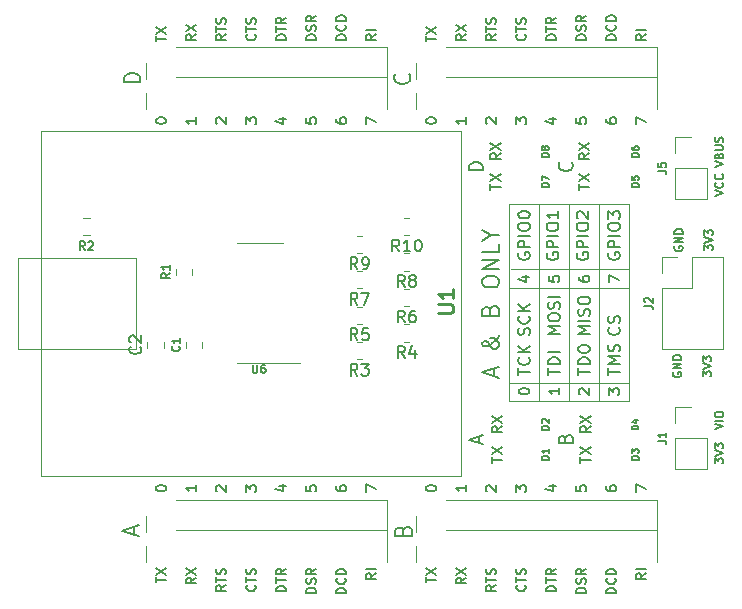
<source format=gbr>
%TF.GenerationSoftware,KiCad,Pcbnew,(5.99.0-8139-gd24b034cbc)*%
%TF.CreationDate,2021-01-06T10:54:56+00:00*%
%TF.ProjectId,neon,6e656f6e-2e6b-4696-9361-645f70636258,1.0*%
%TF.SameCoordinates,Original*%
%TF.FileFunction,Legend,Top*%
%TF.FilePolarity,Positive*%
%FSLAX46Y46*%
G04 Gerber Fmt 4.6, Leading zero omitted, Abs format (unit mm)*
G04 Created by KiCad (PCBNEW (5.99.0-8139-gd24b034cbc)) date 2021-01-06 10:54:56*
%MOMM*%
%LPD*%
G01*
G04 APERTURE LIST*
%ADD10C,0.120000*%
%ADD11C,0.175000*%
%ADD12C,0.200000*%
%ADD13C,0.150000*%
%ADD14C,0.254000*%
%ADD15C,0.139700*%
%ADD16C,0.100000*%
G04 APERTURE END LIST*
D10*
X165354000Y-104711500D02*
X165354000Y-96520000D01*
X160274000Y-113157000D02*
X155194000Y-113157000D01*
X165354000Y-96520000D02*
X155194000Y-96520000D01*
X165354000Y-101981000D02*
X155321000Y-101981000D01*
X155194000Y-104711500D02*
X155194000Y-113157000D01*
X155194000Y-104711500D02*
X155194000Y-96520000D01*
X160274000Y-113157000D02*
X160274000Y-104711500D01*
X157734000Y-104711500D02*
X157734000Y-113157000D01*
X160274000Y-104711500D02*
X160274000Y-96520000D01*
X165354000Y-111315500D02*
X165354000Y-110680500D01*
X162814000Y-96520000D02*
X162814000Y-104711500D01*
X165354000Y-111633000D02*
X155194000Y-111633000D01*
X165354000Y-113157000D02*
X162814000Y-113157000D01*
X162814000Y-104711500D02*
X162814000Y-113157000D01*
X162814000Y-113157000D02*
X160274000Y-113157000D01*
X157734000Y-96520000D02*
X157734000Y-104711500D01*
X155194000Y-103632000D02*
X165354000Y-103632000D01*
X165354000Y-104711500D02*
X165354000Y-113157000D01*
D11*
X172590666Y-93358333D02*
X173290666Y-93125000D01*
X172590666Y-92891666D01*
X172924000Y-92425000D02*
X172957333Y-92325000D01*
X172990666Y-92291666D01*
X173057333Y-92258333D01*
X173157333Y-92258333D01*
X173224000Y-92291666D01*
X173257333Y-92325000D01*
X173290666Y-92391666D01*
X173290666Y-92658333D01*
X172590666Y-92658333D01*
X172590666Y-92425000D01*
X172624000Y-92358333D01*
X172657333Y-92325000D01*
X172724000Y-92291666D01*
X172790666Y-92291666D01*
X172857333Y-92325000D01*
X172890666Y-92358333D01*
X172924000Y-92425000D01*
X172924000Y-92658333D01*
X172590666Y-91958333D02*
X173157333Y-91958333D01*
X173224000Y-91925000D01*
X173257333Y-91891666D01*
X173290666Y-91825000D01*
X173290666Y-91691666D01*
X173257333Y-91625000D01*
X173224000Y-91591666D01*
X173157333Y-91558333D01*
X172590666Y-91558333D01*
X173257333Y-91258333D02*
X173290666Y-91158333D01*
X173290666Y-90991666D01*
X173257333Y-90925000D01*
X173224000Y-90891666D01*
X173157333Y-90858333D01*
X173090666Y-90858333D01*
X173024000Y-90891666D01*
X172990666Y-90925000D01*
X172957333Y-90991666D01*
X172924000Y-91125000D01*
X172890666Y-91191666D01*
X172857333Y-91225000D01*
X172790666Y-91258333D01*
X172724000Y-91258333D01*
X172657333Y-91225000D01*
X172624000Y-91191666D01*
X172590666Y-91125000D01*
X172590666Y-90958333D01*
X172624000Y-90858333D01*
X169068000Y-110769333D02*
X169034666Y-110836000D01*
X169034666Y-110936000D01*
X169068000Y-111036000D01*
X169134666Y-111102666D01*
X169201333Y-111136000D01*
X169334666Y-111169333D01*
X169434666Y-111169333D01*
X169568000Y-111136000D01*
X169634666Y-111102666D01*
X169701333Y-111036000D01*
X169734666Y-110936000D01*
X169734666Y-110869333D01*
X169701333Y-110769333D01*
X169668000Y-110736000D01*
X169434666Y-110736000D01*
X169434666Y-110869333D01*
X169734666Y-110436000D02*
X169034666Y-110436000D01*
X169734666Y-110036000D01*
X169034666Y-110036000D01*
X169734666Y-109702666D02*
X169034666Y-109702666D01*
X169034666Y-109536000D01*
X169068000Y-109436000D01*
X169134666Y-109369333D01*
X169201333Y-109336000D01*
X169334666Y-109302666D01*
X169434666Y-109302666D01*
X169568000Y-109336000D01*
X169634666Y-109369333D01*
X169701333Y-109436000D01*
X169734666Y-109536000D01*
X169734666Y-109702666D01*
X172590666Y-118468666D02*
X172590666Y-118035333D01*
X172857333Y-118268666D01*
X172857333Y-118168666D01*
X172890666Y-118102000D01*
X172924000Y-118068666D01*
X172990666Y-118035333D01*
X173157333Y-118035333D01*
X173224000Y-118068666D01*
X173257333Y-118102000D01*
X173290666Y-118168666D01*
X173290666Y-118368666D01*
X173257333Y-118435333D01*
X173224000Y-118468666D01*
X172590666Y-117835333D02*
X173290666Y-117602000D01*
X172590666Y-117368666D01*
X172590666Y-117202000D02*
X172590666Y-116768666D01*
X172857333Y-117002000D01*
X172857333Y-116902000D01*
X172890666Y-116835333D01*
X172924000Y-116802000D01*
X172990666Y-116768666D01*
X173157333Y-116768666D01*
X173224000Y-116802000D01*
X173257333Y-116835333D01*
X173290666Y-116902000D01*
X173290666Y-117102000D01*
X173257333Y-117168666D01*
X173224000Y-117202000D01*
X172590666Y-115574666D02*
X173290666Y-115341333D01*
X172590666Y-115108000D01*
X173290666Y-114874666D02*
X172590666Y-114874666D01*
X172590666Y-114408000D02*
X172590666Y-114274666D01*
X172624000Y-114208000D01*
X172690666Y-114141333D01*
X172824000Y-114108000D01*
X173057333Y-114108000D01*
X173190666Y-114141333D01*
X173257333Y-114208000D01*
X173290666Y-114274666D01*
X173290666Y-114408000D01*
X173257333Y-114474666D01*
X173190666Y-114541333D01*
X173057333Y-114574666D01*
X172824000Y-114574666D01*
X172690666Y-114541333D01*
X172624000Y-114474666D01*
X172590666Y-114408000D01*
X171574666Y-111102666D02*
X171574666Y-110669333D01*
X171841333Y-110902666D01*
X171841333Y-110802666D01*
X171874666Y-110736000D01*
X171908000Y-110702666D01*
X171974666Y-110669333D01*
X172141333Y-110669333D01*
X172208000Y-110702666D01*
X172241333Y-110736000D01*
X172274666Y-110802666D01*
X172274666Y-111002666D01*
X172241333Y-111069333D01*
X172208000Y-111102666D01*
X171574666Y-110469333D02*
X172274666Y-110236000D01*
X171574666Y-110002666D01*
X171574666Y-109836000D02*
X171574666Y-109402666D01*
X171841333Y-109636000D01*
X171841333Y-109536000D01*
X171874666Y-109469333D01*
X171908000Y-109436000D01*
X171974666Y-109402666D01*
X172141333Y-109402666D01*
X172208000Y-109436000D01*
X172241333Y-109469333D01*
X172274666Y-109536000D01*
X172274666Y-109736000D01*
X172241333Y-109802666D01*
X172208000Y-109836000D01*
X136257695Y-82623726D02*
X135444895Y-82623726D01*
X135444895Y-82430202D01*
X135483600Y-82314088D01*
X135561009Y-82236678D01*
X135638419Y-82197973D01*
X135793238Y-82159269D01*
X135909352Y-82159269D01*
X136064171Y-82197973D01*
X136141580Y-82236678D01*
X136218990Y-82314088D01*
X136257695Y-82430202D01*
X136257695Y-82623726D01*
X135444895Y-81927040D02*
X135444895Y-81462583D01*
X136257695Y-81694811D02*
X135444895Y-81694811D01*
X136257695Y-80727192D02*
X135870647Y-80998126D01*
X136257695Y-81191650D02*
X135444895Y-81191650D01*
X135444895Y-80882011D01*
X135483600Y-80804602D01*
X135522304Y-80765897D01*
X135599714Y-80727192D01*
X135715828Y-80727192D01*
X135793238Y-80765897D01*
X135831942Y-80804602D01*
X135870647Y-80882011D01*
X135870647Y-81191650D01*
X133640285Y-82159269D02*
X133678990Y-82197973D01*
X133717695Y-82314088D01*
X133717695Y-82391497D01*
X133678990Y-82507611D01*
X133601580Y-82585021D01*
X133524171Y-82623726D01*
X133369352Y-82662430D01*
X133253238Y-82662430D01*
X133098419Y-82623726D01*
X133021009Y-82585021D01*
X132943600Y-82507611D01*
X132904895Y-82391497D01*
X132904895Y-82314088D01*
X132943600Y-82197973D01*
X132982304Y-82159269D01*
X132904895Y-81927040D02*
X132904895Y-81462583D01*
X133717695Y-81694811D02*
X132904895Y-81694811D01*
X133678990Y-81230354D02*
X133717695Y-81114240D01*
X133717695Y-80920716D01*
X133678990Y-80843307D01*
X133640285Y-80804602D01*
X133562876Y-80765897D01*
X133485466Y-80765897D01*
X133408057Y-80804602D01*
X133369352Y-80843307D01*
X133330647Y-80920716D01*
X133291942Y-81075535D01*
X133253238Y-81152945D01*
X133214533Y-81191650D01*
X133137123Y-81230354D01*
X133059714Y-81230354D01*
X132982304Y-81191650D01*
X132943600Y-81152945D01*
X132904895Y-81075535D01*
X132904895Y-80882011D01*
X132943600Y-80765897D01*
X138797695Y-82623726D02*
X137984895Y-82623726D01*
X137984895Y-82430202D01*
X138023600Y-82314088D01*
X138101009Y-82236678D01*
X138178419Y-82197973D01*
X138333238Y-82159269D01*
X138449352Y-82159269D01*
X138604171Y-82197973D01*
X138681580Y-82236678D01*
X138758990Y-82314088D01*
X138797695Y-82430202D01*
X138797695Y-82623726D01*
X138758990Y-81849630D02*
X138797695Y-81733516D01*
X138797695Y-81539992D01*
X138758990Y-81462583D01*
X138720285Y-81423878D01*
X138642876Y-81385173D01*
X138565466Y-81385173D01*
X138488057Y-81423878D01*
X138449352Y-81462583D01*
X138410647Y-81539992D01*
X138371942Y-81694811D01*
X138333238Y-81772221D01*
X138294533Y-81810926D01*
X138217123Y-81849630D01*
X138139714Y-81849630D01*
X138062304Y-81810926D01*
X138023600Y-81772221D01*
X137984895Y-81694811D01*
X137984895Y-81501288D01*
X138023600Y-81385173D01*
X138797695Y-80572373D02*
X138410647Y-80843307D01*
X138797695Y-81036830D02*
X137984895Y-81036830D01*
X137984895Y-80727192D01*
X138023600Y-80649783D01*
X138062304Y-80611078D01*
X138139714Y-80572373D01*
X138255828Y-80572373D01*
X138333238Y-80611078D01*
X138371942Y-80649783D01*
X138410647Y-80727192D01*
X138410647Y-81036830D01*
X131177695Y-82159269D02*
X130790647Y-82430202D01*
X131177695Y-82623726D02*
X130364895Y-82623726D01*
X130364895Y-82314088D01*
X130403600Y-82236678D01*
X130442304Y-82197973D01*
X130519714Y-82159269D01*
X130635828Y-82159269D01*
X130713238Y-82197973D01*
X130751942Y-82236678D01*
X130790647Y-82314088D01*
X130790647Y-82623726D01*
X130364895Y-81927040D02*
X130364895Y-81462583D01*
X131177695Y-81694811D02*
X130364895Y-81694811D01*
X131138990Y-81230354D02*
X131177695Y-81114240D01*
X131177695Y-80920716D01*
X131138990Y-80843307D01*
X131100285Y-80804602D01*
X131022876Y-80765897D01*
X130945466Y-80765897D01*
X130868057Y-80804602D01*
X130829352Y-80843307D01*
X130790647Y-80920716D01*
X130751942Y-81075535D01*
X130713238Y-81152945D01*
X130674533Y-81191650D01*
X130597123Y-81230354D01*
X130519714Y-81230354D01*
X130442304Y-81191650D01*
X130403600Y-81152945D01*
X130364895Y-81075535D01*
X130364895Y-80882011D01*
X130403600Y-80765897D01*
X125284895Y-82739840D02*
X125284895Y-82275383D01*
X126097695Y-82507611D02*
X125284895Y-82507611D01*
X125284895Y-82081859D02*
X126097695Y-81539992D01*
X125284895Y-81539992D02*
X126097695Y-82081859D01*
X141337695Y-82623726D02*
X140524895Y-82623726D01*
X140524895Y-82430202D01*
X140563600Y-82314088D01*
X140641009Y-82236678D01*
X140718419Y-82197973D01*
X140873238Y-82159269D01*
X140989352Y-82159269D01*
X141144171Y-82197973D01*
X141221580Y-82236678D01*
X141298990Y-82314088D01*
X141337695Y-82430202D01*
X141337695Y-82623726D01*
X141260285Y-81346469D02*
X141298990Y-81385173D01*
X141337695Y-81501288D01*
X141337695Y-81578697D01*
X141298990Y-81694811D01*
X141221580Y-81772221D01*
X141144171Y-81810926D01*
X140989352Y-81849630D01*
X140873238Y-81849630D01*
X140718419Y-81810926D01*
X140641009Y-81772221D01*
X140563600Y-81694811D01*
X140524895Y-81578697D01*
X140524895Y-81501288D01*
X140563600Y-81385173D01*
X140602304Y-81346469D01*
X141337695Y-80998126D02*
X140524895Y-80998126D01*
X140524895Y-80804602D01*
X140563600Y-80688488D01*
X140641009Y-80611078D01*
X140718419Y-80572373D01*
X140873238Y-80533669D01*
X140989352Y-80533669D01*
X141144171Y-80572373D01*
X141221580Y-80611078D01*
X141298990Y-80688488D01*
X141337695Y-80804602D01*
X141337695Y-80998126D01*
X137929257Y-89231464D02*
X137929257Y-89666892D01*
X138364685Y-89710435D01*
X138321142Y-89666892D01*
X138277600Y-89579807D01*
X138277600Y-89362092D01*
X138321142Y-89275007D01*
X138364685Y-89231464D01*
X138451771Y-89187921D01*
X138669485Y-89187921D01*
X138756571Y-89231464D01*
X138800114Y-89275007D01*
X138843657Y-89362092D01*
X138843657Y-89579807D01*
X138800114Y-89666892D01*
X138756571Y-89710435D01*
X128683657Y-89187921D02*
X128683657Y-89710435D01*
X128683657Y-89449178D02*
X127769257Y-89449178D01*
X127899885Y-89536264D01*
X127986971Y-89623350D01*
X128030514Y-89710435D01*
X143009257Y-89753978D02*
X143009257Y-89144378D01*
X143923657Y-89536264D01*
X140469257Y-89275007D02*
X140469257Y-89449178D01*
X140512800Y-89536264D01*
X140556342Y-89579807D01*
X140686971Y-89666892D01*
X140861142Y-89710435D01*
X141209485Y-89710435D01*
X141296571Y-89666892D01*
X141340114Y-89623350D01*
X141383657Y-89536264D01*
X141383657Y-89362092D01*
X141340114Y-89275007D01*
X141296571Y-89231464D01*
X141209485Y-89187921D01*
X140991771Y-89187921D01*
X140904685Y-89231464D01*
X140861142Y-89275007D01*
X140817600Y-89362092D01*
X140817600Y-89536264D01*
X140861142Y-89623350D01*
X140904685Y-89666892D01*
X140991771Y-89710435D01*
X128637695Y-82159269D02*
X128250647Y-82430202D01*
X128637695Y-82623726D02*
X127824895Y-82623726D01*
X127824895Y-82314088D01*
X127863600Y-82236678D01*
X127902304Y-82197973D01*
X127979714Y-82159269D01*
X128095828Y-82159269D01*
X128173238Y-82197973D01*
X128211942Y-82236678D01*
X128250647Y-82314088D01*
X128250647Y-82623726D01*
X127824895Y-81888335D02*
X128637695Y-81346469D01*
X127824895Y-81346469D02*
X128637695Y-81888335D01*
X125229257Y-89492721D02*
X125229257Y-89405635D01*
X125272800Y-89318550D01*
X125316342Y-89275007D01*
X125403428Y-89231464D01*
X125577600Y-89187921D01*
X125795314Y-89187921D01*
X125969485Y-89231464D01*
X126056571Y-89275007D01*
X126100114Y-89318550D01*
X126143657Y-89405635D01*
X126143657Y-89492721D01*
X126100114Y-89579807D01*
X126056571Y-89623350D01*
X125969485Y-89666892D01*
X125795314Y-89710435D01*
X125577600Y-89710435D01*
X125403428Y-89666892D01*
X125316342Y-89623350D01*
X125272800Y-89579807D01*
X125229257Y-89492721D01*
X130396342Y-89710435D02*
X130352800Y-89666892D01*
X130309257Y-89579807D01*
X130309257Y-89362092D01*
X130352800Y-89275007D01*
X130396342Y-89231464D01*
X130483428Y-89187921D01*
X130570514Y-89187921D01*
X130701142Y-89231464D01*
X131223657Y-89753978D01*
X131223657Y-89187921D01*
X132849257Y-89753978D02*
X132849257Y-89187921D01*
X133197600Y-89492721D01*
X133197600Y-89362092D01*
X133241142Y-89275007D01*
X133284685Y-89231464D01*
X133371771Y-89187921D01*
X133589485Y-89187921D01*
X133676571Y-89231464D01*
X133720114Y-89275007D01*
X133763657Y-89362092D01*
X133763657Y-89623350D01*
X133720114Y-89710435D01*
X133676571Y-89753978D01*
X135694057Y-89275007D02*
X136303657Y-89275007D01*
X135345714Y-89492721D02*
X135998857Y-89710435D01*
X135998857Y-89144378D01*
X143877695Y-82159269D02*
X143490647Y-82430202D01*
X143877695Y-82623726D02*
X143064895Y-82623726D01*
X143064895Y-82314088D01*
X143103600Y-82236678D01*
X143142304Y-82197973D01*
X143219714Y-82159269D01*
X143335828Y-82159269D01*
X143413238Y-82197973D01*
X143451942Y-82236678D01*
X143490647Y-82314088D01*
X143490647Y-82623726D01*
X143877695Y-81810926D02*
X143064895Y-81810926D01*
X163583257Y-112677478D02*
X163583257Y-112111421D01*
X163931600Y-112416221D01*
X163931600Y-112285592D01*
X163975142Y-112198507D01*
X164018685Y-112154964D01*
X164105771Y-112111421D01*
X164323485Y-112111421D01*
X164410571Y-112154964D01*
X164454114Y-112198507D01*
X164497657Y-112285592D01*
X164497657Y-112546850D01*
X164454114Y-112633935D01*
X164410571Y-112677478D01*
X159456380Y-107534654D02*
X158456380Y-107534654D01*
X159170666Y-107201321D01*
X158456380Y-106867988D01*
X159456380Y-106867988D01*
X158456380Y-106201321D02*
X158456380Y-106010845D01*
X158504000Y-105915607D01*
X158599238Y-105820369D01*
X158789714Y-105772750D01*
X159123047Y-105772750D01*
X159313523Y-105820369D01*
X159408761Y-105915607D01*
X159456380Y-106010845D01*
X159456380Y-106201321D01*
X159408761Y-106296559D01*
X159313523Y-106391797D01*
X159123047Y-106439416D01*
X158789714Y-106439416D01*
X158599238Y-106391797D01*
X158504000Y-106296559D01*
X158456380Y-106201321D01*
X159408761Y-105391797D02*
X159456380Y-105248940D01*
X159456380Y-105010845D01*
X159408761Y-104915607D01*
X159361142Y-104867988D01*
X159265904Y-104820369D01*
X159170666Y-104820369D01*
X159075428Y-104867988D01*
X159027809Y-104915607D01*
X158980190Y-105010845D01*
X158932571Y-105201321D01*
X158884952Y-105296559D01*
X158837333Y-105344178D01*
X158742095Y-105391797D01*
X158646857Y-105391797D01*
X158551619Y-105344178D01*
X158504000Y-105296559D01*
X158456380Y-105201321D01*
X158456380Y-104963226D01*
X158504000Y-104820369D01*
X159456380Y-104391797D02*
X158456380Y-104391797D01*
X156868761Y-107582273D02*
X156916380Y-107439416D01*
X156916380Y-107201321D01*
X156868761Y-107106083D01*
X156821142Y-107058464D01*
X156725904Y-107010845D01*
X156630666Y-107010845D01*
X156535428Y-107058464D01*
X156487809Y-107106083D01*
X156440190Y-107201321D01*
X156392571Y-107391797D01*
X156344952Y-107487035D01*
X156297333Y-107534654D01*
X156202095Y-107582273D01*
X156106857Y-107582273D01*
X156011619Y-107534654D01*
X155964000Y-107487035D01*
X155916380Y-107391797D01*
X155916380Y-107153702D01*
X155964000Y-107010845D01*
X156821142Y-106010845D02*
X156868761Y-106058464D01*
X156916380Y-106201321D01*
X156916380Y-106296559D01*
X156868761Y-106439416D01*
X156773523Y-106534654D01*
X156678285Y-106582273D01*
X156487809Y-106629892D01*
X156344952Y-106629892D01*
X156154476Y-106582273D01*
X156059238Y-106534654D01*
X155964000Y-106439416D01*
X155916380Y-106296559D01*
X155916380Y-106201321D01*
X155964000Y-106058464D01*
X156011619Y-106010845D01*
X156916380Y-105582273D02*
X155916380Y-105582273D01*
X156916380Y-105010845D02*
X156344952Y-105439416D01*
X155916380Y-105010845D02*
X156487809Y-105582273D01*
X155964000Y-100660845D02*
X155916380Y-100756083D01*
X155916380Y-100898940D01*
X155964000Y-101041797D01*
X156059238Y-101137035D01*
X156154476Y-101184654D01*
X156344952Y-101232273D01*
X156487809Y-101232273D01*
X156678285Y-101184654D01*
X156773523Y-101137035D01*
X156868761Y-101041797D01*
X156916380Y-100898940D01*
X156916380Y-100803702D01*
X156868761Y-100660845D01*
X156821142Y-100613226D01*
X156487809Y-100613226D01*
X156487809Y-100803702D01*
X156916380Y-100184654D02*
X155916380Y-100184654D01*
X155916380Y-99803702D01*
X155964000Y-99708464D01*
X156011619Y-99660845D01*
X156106857Y-99613226D01*
X156249714Y-99613226D01*
X156344952Y-99660845D01*
X156392571Y-99708464D01*
X156440190Y-99803702D01*
X156440190Y-100184654D01*
X156916380Y-99184654D02*
X155916380Y-99184654D01*
X155916380Y-98517988D02*
X155916380Y-98327511D01*
X155964000Y-98232273D01*
X156059238Y-98137035D01*
X156249714Y-98089416D01*
X156583047Y-98089416D01*
X156773523Y-98137035D01*
X156868761Y-98232273D01*
X156916380Y-98327511D01*
X156916380Y-98517988D01*
X156868761Y-98613226D01*
X156773523Y-98708464D01*
X156583047Y-98756083D01*
X156249714Y-98756083D01*
X156059238Y-98708464D01*
X155964000Y-98613226D01*
X155916380Y-98517988D01*
X155916380Y-97470369D02*
X155916380Y-97375130D01*
X155964000Y-97279892D01*
X156011619Y-97232273D01*
X156106857Y-97184654D01*
X156297333Y-97137035D01*
X156535428Y-97137035D01*
X156725904Y-97184654D01*
X156821142Y-97232273D01*
X156868761Y-97279892D01*
X156916380Y-97375130D01*
X156916380Y-97470369D01*
X156868761Y-97565607D01*
X156821142Y-97613226D01*
X156725904Y-97660845D01*
X156535428Y-97708464D01*
X156297333Y-97708464D01*
X156106857Y-97660845D01*
X156011619Y-97613226D01*
X155964000Y-97565607D01*
X155916380Y-97470369D01*
X156268057Y-102673507D02*
X156877657Y-102673507D01*
X155919714Y-102891221D02*
X156572857Y-103108935D01*
X156572857Y-102542878D01*
X164441142Y-106963226D02*
X164488761Y-107010845D01*
X164536380Y-107153702D01*
X164536380Y-107248940D01*
X164488761Y-107391797D01*
X164393523Y-107487035D01*
X164298285Y-107534654D01*
X164107809Y-107582273D01*
X163964952Y-107582273D01*
X163774476Y-107534654D01*
X163679238Y-107487035D01*
X163584000Y-107391797D01*
X163536380Y-107248940D01*
X163536380Y-107153702D01*
X163584000Y-107010845D01*
X163631619Y-106963226D01*
X164488761Y-106582273D02*
X164536380Y-106439416D01*
X164536380Y-106201321D01*
X164488761Y-106106083D01*
X164441142Y-106058464D01*
X164345904Y-106010845D01*
X164250666Y-106010845D01*
X164155428Y-106058464D01*
X164107809Y-106106083D01*
X164060190Y-106201321D01*
X164012571Y-106391797D01*
X163964952Y-106487035D01*
X163917333Y-106534654D01*
X163822095Y-106582273D01*
X163726857Y-106582273D01*
X163631619Y-106534654D01*
X163584000Y-106487035D01*
X163536380Y-106391797D01*
X163536380Y-106153702D01*
X163584000Y-106010845D01*
X161996380Y-107534654D02*
X160996380Y-107534654D01*
X161710666Y-107201321D01*
X160996380Y-106867988D01*
X161996380Y-106867988D01*
X161996380Y-106391797D02*
X160996380Y-106391797D01*
X161948761Y-105963226D02*
X161996380Y-105820369D01*
X161996380Y-105582273D01*
X161948761Y-105487035D01*
X161901142Y-105439416D01*
X161805904Y-105391797D01*
X161710666Y-105391797D01*
X161615428Y-105439416D01*
X161567809Y-105487035D01*
X161520190Y-105582273D01*
X161472571Y-105772750D01*
X161424952Y-105867988D01*
X161377333Y-105915607D01*
X161282095Y-105963226D01*
X161186857Y-105963226D01*
X161091619Y-105915607D01*
X161044000Y-105867988D01*
X160996380Y-105772750D01*
X160996380Y-105534654D01*
X161044000Y-105391797D01*
X160996380Y-104772750D02*
X160996380Y-104582273D01*
X161044000Y-104487035D01*
X161139238Y-104391797D01*
X161329714Y-104344178D01*
X161663047Y-104344178D01*
X161853523Y-104391797D01*
X161948761Y-104487035D01*
X161996380Y-104582273D01*
X161996380Y-104772750D01*
X161948761Y-104867988D01*
X161853523Y-104963226D01*
X161663047Y-105010845D01*
X161329714Y-105010845D01*
X161139238Y-104963226D01*
X161044000Y-104867988D01*
X160996380Y-104772750D01*
X163584000Y-100660845D02*
X163536380Y-100756083D01*
X163536380Y-100898940D01*
X163584000Y-101041797D01*
X163679238Y-101137035D01*
X163774476Y-101184654D01*
X163964952Y-101232273D01*
X164107809Y-101232273D01*
X164298285Y-101184654D01*
X164393523Y-101137035D01*
X164488761Y-101041797D01*
X164536380Y-100898940D01*
X164536380Y-100803702D01*
X164488761Y-100660845D01*
X164441142Y-100613226D01*
X164107809Y-100613226D01*
X164107809Y-100803702D01*
X164536380Y-100184654D02*
X163536380Y-100184654D01*
X163536380Y-99803702D01*
X163584000Y-99708464D01*
X163631619Y-99660845D01*
X163726857Y-99613226D01*
X163869714Y-99613226D01*
X163964952Y-99660845D01*
X164012571Y-99708464D01*
X164060190Y-99803702D01*
X164060190Y-100184654D01*
X164536380Y-99184654D02*
X163536380Y-99184654D01*
X163536380Y-98517988D02*
X163536380Y-98327511D01*
X163584000Y-98232273D01*
X163679238Y-98137035D01*
X163869714Y-98089416D01*
X164203047Y-98089416D01*
X164393523Y-98137035D01*
X164488761Y-98232273D01*
X164536380Y-98327511D01*
X164536380Y-98517988D01*
X164488761Y-98613226D01*
X164393523Y-98708464D01*
X164203047Y-98756083D01*
X163869714Y-98756083D01*
X163679238Y-98708464D01*
X163584000Y-98613226D01*
X163536380Y-98517988D01*
X163536380Y-97756083D02*
X163536380Y-97137035D01*
X163917333Y-97470369D01*
X163917333Y-97327511D01*
X163964952Y-97232273D01*
X164012571Y-97184654D01*
X164107809Y-97137035D01*
X164345904Y-97137035D01*
X164441142Y-97184654D01*
X164488761Y-97232273D01*
X164536380Y-97327511D01*
X164536380Y-97613226D01*
X164488761Y-97708464D01*
X164441142Y-97756083D01*
X158456380Y-110979511D02*
X158456380Y-110408083D01*
X159456380Y-110693797D02*
X158456380Y-110693797D01*
X159456380Y-110074750D02*
X158456380Y-110074750D01*
X158456380Y-109836654D01*
X158504000Y-109693797D01*
X158599238Y-109598559D01*
X158694476Y-109550940D01*
X158884952Y-109503321D01*
X159027809Y-109503321D01*
X159218285Y-109550940D01*
X159313523Y-109598559D01*
X159408761Y-109693797D01*
X159456380Y-109836654D01*
X159456380Y-110074750D01*
X159456380Y-109074750D02*
X158456380Y-109074750D01*
X160917000Y-100660845D02*
X160869380Y-100756083D01*
X160869380Y-100898940D01*
X160917000Y-101041797D01*
X161012238Y-101137035D01*
X161107476Y-101184654D01*
X161297952Y-101232273D01*
X161440809Y-101232273D01*
X161631285Y-101184654D01*
X161726523Y-101137035D01*
X161821761Y-101041797D01*
X161869380Y-100898940D01*
X161869380Y-100803702D01*
X161821761Y-100660845D01*
X161774142Y-100613226D01*
X161440809Y-100613226D01*
X161440809Y-100803702D01*
X161869380Y-100184654D02*
X160869380Y-100184654D01*
X160869380Y-99803702D01*
X160917000Y-99708464D01*
X160964619Y-99660845D01*
X161059857Y-99613226D01*
X161202714Y-99613226D01*
X161297952Y-99660845D01*
X161345571Y-99708464D01*
X161393190Y-99803702D01*
X161393190Y-100184654D01*
X161869380Y-99184654D02*
X160869380Y-99184654D01*
X160869380Y-98517988D02*
X160869380Y-98327511D01*
X160917000Y-98232273D01*
X161012238Y-98137035D01*
X161202714Y-98089416D01*
X161536047Y-98089416D01*
X161726523Y-98137035D01*
X161821761Y-98232273D01*
X161869380Y-98327511D01*
X161869380Y-98517988D01*
X161821761Y-98613226D01*
X161726523Y-98708464D01*
X161536047Y-98756083D01*
X161202714Y-98756083D01*
X161012238Y-98708464D01*
X160917000Y-98613226D01*
X160869380Y-98517988D01*
X160964619Y-97708464D02*
X160917000Y-97660845D01*
X160869380Y-97565607D01*
X160869380Y-97327511D01*
X160917000Y-97232273D01*
X160964619Y-97184654D01*
X161059857Y-97137035D01*
X161155095Y-97137035D01*
X161297952Y-97184654D01*
X161869380Y-97756083D01*
X161869380Y-97137035D01*
X158377000Y-100660845D02*
X158329380Y-100756083D01*
X158329380Y-100898940D01*
X158377000Y-101041797D01*
X158472238Y-101137035D01*
X158567476Y-101184654D01*
X158757952Y-101232273D01*
X158900809Y-101232273D01*
X159091285Y-101184654D01*
X159186523Y-101137035D01*
X159281761Y-101041797D01*
X159329380Y-100898940D01*
X159329380Y-100803702D01*
X159281761Y-100660845D01*
X159234142Y-100613226D01*
X158900809Y-100613226D01*
X158900809Y-100803702D01*
X159329380Y-100184654D02*
X158329380Y-100184654D01*
X158329380Y-99803702D01*
X158377000Y-99708464D01*
X158424619Y-99660845D01*
X158519857Y-99613226D01*
X158662714Y-99613226D01*
X158757952Y-99660845D01*
X158805571Y-99708464D01*
X158853190Y-99803702D01*
X158853190Y-100184654D01*
X159329380Y-99184654D02*
X158329380Y-99184654D01*
X158329380Y-98517988D02*
X158329380Y-98327511D01*
X158377000Y-98232273D01*
X158472238Y-98137035D01*
X158662714Y-98089416D01*
X158996047Y-98089416D01*
X159186523Y-98137035D01*
X159281761Y-98232273D01*
X159329380Y-98327511D01*
X159329380Y-98517988D01*
X159281761Y-98613226D01*
X159186523Y-98708464D01*
X158996047Y-98756083D01*
X158662714Y-98756083D01*
X158472238Y-98708464D01*
X158377000Y-98613226D01*
X158329380Y-98517988D01*
X159329380Y-97137035D02*
X159329380Y-97708464D01*
X159329380Y-97422750D02*
X158329380Y-97422750D01*
X158472238Y-97517988D01*
X158567476Y-97613226D01*
X158615095Y-97708464D01*
X160996380Y-110979511D02*
X160996380Y-110408083D01*
X161996380Y-110693797D02*
X160996380Y-110693797D01*
X161996380Y-110074750D02*
X160996380Y-110074750D01*
X160996380Y-109836654D01*
X161044000Y-109693797D01*
X161139238Y-109598559D01*
X161234476Y-109550940D01*
X161424952Y-109503321D01*
X161567809Y-109503321D01*
X161758285Y-109550940D01*
X161853523Y-109598559D01*
X161948761Y-109693797D01*
X161996380Y-109836654D01*
X161996380Y-110074750D01*
X160996380Y-108884273D02*
X160996380Y-108693797D01*
X161044000Y-108598559D01*
X161139238Y-108503321D01*
X161329714Y-108455702D01*
X161663047Y-108455702D01*
X161853523Y-108503321D01*
X161948761Y-108598559D01*
X161996380Y-108693797D01*
X161996380Y-108884273D01*
X161948761Y-108979511D01*
X161853523Y-109074750D01*
X161663047Y-109122369D01*
X161329714Y-109122369D01*
X161139238Y-109074750D01*
X161044000Y-108979511D01*
X160996380Y-108884273D01*
X163536380Y-110979511D02*
X163536380Y-110408083D01*
X164536380Y-110693797D02*
X163536380Y-110693797D01*
X164536380Y-110074750D02*
X163536380Y-110074750D01*
X164250666Y-109741416D01*
X163536380Y-109408083D01*
X164536380Y-109408083D01*
X164488761Y-108979511D02*
X164536380Y-108836654D01*
X164536380Y-108598559D01*
X164488761Y-108503321D01*
X164441142Y-108455702D01*
X164345904Y-108408083D01*
X164250666Y-108408083D01*
X164155428Y-108455702D01*
X164107809Y-108503321D01*
X164060190Y-108598559D01*
X164012571Y-108789035D01*
X163964952Y-108884273D01*
X163917333Y-108931892D01*
X163822095Y-108979511D01*
X163726857Y-108979511D01*
X163631619Y-108931892D01*
X163584000Y-108884273D01*
X163536380Y-108789035D01*
X163536380Y-108550940D01*
X163584000Y-108408083D01*
X163583257Y-103152478D02*
X163583257Y-102542878D01*
X164497657Y-102934764D01*
X161043257Y-102673507D02*
X161043257Y-102847678D01*
X161086800Y-102934764D01*
X161130342Y-102978307D01*
X161260971Y-103065392D01*
X161435142Y-103108935D01*
X161783485Y-103108935D01*
X161870571Y-103065392D01*
X161914114Y-103021850D01*
X161957657Y-102934764D01*
X161957657Y-102760592D01*
X161914114Y-102673507D01*
X161870571Y-102629964D01*
X161783485Y-102586421D01*
X161565771Y-102586421D01*
X161478685Y-102629964D01*
X161435142Y-102673507D01*
X161391600Y-102760592D01*
X161391600Y-102934764D01*
X161435142Y-103021850D01*
X161478685Y-103065392D01*
X161565771Y-103108935D01*
X155963257Y-112416221D02*
X155963257Y-112329135D01*
X156006800Y-112242050D01*
X156050342Y-112198507D01*
X156137428Y-112154964D01*
X156311600Y-112111421D01*
X156529314Y-112111421D01*
X156703485Y-112154964D01*
X156790571Y-112198507D01*
X156834114Y-112242050D01*
X156877657Y-112329135D01*
X156877657Y-112416221D01*
X156834114Y-112503307D01*
X156790571Y-112546850D01*
X156703485Y-112590392D01*
X156529314Y-112633935D01*
X156311600Y-112633935D01*
X156137428Y-112590392D01*
X156050342Y-112546850D01*
X156006800Y-112503307D01*
X155963257Y-112416221D01*
X161130342Y-112633935D02*
X161086800Y-112590392D01*
X161043257Y-112503307D01*
X161043257Y-112285592D01*
X161086800Y-112198507D01*
X161130342Y-112154964D01*
X161217428Y-112111421D01*
X161304514Y-112111421D01*
X161435142Y-112154964D01*
X161957657Y-112677478D01*
X161957657Y-112111421D01*
X155916380Y-110979511D02*
X155916380Y-110408083D01*
X156916380Y-110693797D02*
X155916380Y-110693797D01*
X156821142Y-109503321D02*
X156868761Y-109550940D01*
X156916380Y-109693797D01*
X156916380Y-109789035D01*
X156868761Y-109931892D01*
X156773523Y-110027130D01*
X156678285Y-110074750D01*
X156487809Y-110122369D01*
X156344952Y-110122369D01*
X156154476Y-110074750D01*
X156059238Y-110027130D01*
X155964000Y-109931892D01*
X155916380Y-109789035D01*
X155916380Y-109693797D01*
X155964000Y-109550940D01*
X156011619Y-109503321D01*
X156916380Y-109074750D02*
X155916380Y-109074750D01*
X156916380Y-108503321D02*
X156344952Y-108931892D01*
X155916380Y-108503321D02*
X156487809Y-109074750D01*
X158503257Y-102629964D02*
X158503257Y-103065392D01*
X158938685Y-103108935D01*
X158895142Y-103065392D01*
X158851600Y-102978307D01*
X158851600Y-102760592D01*
X158895142Y-102673507D01*
X158938685Y-102629964D01*
X159025771Y-102586421D01*
X159243485Y-102586421D01*
X159330571Y-102629964D01*
X159374114Y-102673507D01*
X159417657Y-102760592D01*
X159417657Y-102978307D01*
X159374114Y-103065392D01*
X159330571Y-103108935D01*
X159417657Y-112111421D02*
X159417657Y-112633935D01*
X159417657Y-112372678D02*
X158503257Y-112372678D01*
X158633885Y-112459764D01*
X158720971Y-112546850D01*
X158764514Y-112633935D01*
X161051142Y-95300714D02*
X161051142Y-94786428D01*
X161951142Y-95043571D02*
X161051142Y-95043571D01*
X161051142Y-94572142D02*
X161951142Y-93972142D01*
X161051142Y-93972142D02*
X161951142Y-94572142D01*
X153558142Y-95300714D02*
X153558142Y-94786428D01*
X154458142Y-95043571D02*
X153558142Y-95043571D01*
X153558142Y-94572142D02*
X154458142Y-93972142D01*
X153558142Y-93972142D02*
X154458142Y-94572142D01*
X154458142Y-92225000D02*
X154029571Y-92525000D01*
X154458142Y-92739285D02*
X153558142Y-92739285D01*
X153558142Y-92396428D01*
X153601000Y-92310714D01*
X153643857Y-92267857D01*
X153729571Y-92225000D01*
X153858142Y-92225000D01*
X153943857Y-92267857D01*
X153986714Y-92310714D01*
X154029571Y-92396428D01*
X154029571Y-92739285D01*
X153558142Y-91925000D02*
X154458142Y-91325000D01*
X153558142Y-91325000D02*
X154458142Y-91925000D01*
X161951142Y-92225000D02*
X161522571Y-92525000D01*
X161951142Y-92739285D02*
X161051142Y-92739285D01*
X161051142Y-92396428D01*
X161094000Y-92310714D01*
X161136857Y-92267857D01*
X161222571Y-92225000D01*
X161351142Y-92225000D01*
X161436857Y-92267857D01*
X161479714Y-92310714D01*
X161522571Y-92396428D01*
X161522571Y-92739285D01*
X161051142Y-91925000D02*
X161951142Y-91325000D01*
X161051142Y-91325000D02*
X161951142Y-91925000D01*
X153685142Y-118414714D02*
X153685142Y-117900428D01*
X154585142Y-118157571D02*
X153685142Y-118157571D01*
X153685142Y-117686142D02*
X154585142Y-117086142D01*
X153685142Y-117086142D02*
X154585142Y-117686142D01*
X162078142Y-115339000D02*
X161649571Y-115639000D01*
X162078142Y-115853285D02*
X161178142Y-115853285D01*
X161178142Y-115510428D01*
X161221000Y-115424714D01*
X161263857Y-115381857D01*
X161349571Y-115339000D01*
X161478142Y-115339000D01*
X161563857Y-115381857D01*
X161606714Y-115424714D01*
X161649571Y-115510428D01*
X161649571Y-115853285D01*
X161178142Y-115039000D02*
X162078142Y-114439000D01*
X161178142Y-114439000D02*
X162078142Y-115039000D01*
X154585142Y-115339000D02*
X154156571Y-115639000D01*
X154585142Y-115853285D02*
X153685142Y-115853285D01*
X153685142Y-115510428D01*
X153728000Y-115424714D01*
X153770857Y-115381857D01*
X153856571Y-115339000D01*
X153985142Y-115339000D01*
X154070857Y-115381857D01*
X154113714Y-115424714D01*
X154156571Y-115510428D01*
X154156571Y-115853285D01*
X153685142Y-115039000D02*
X154585142Y-114439000D01*
X153685142Y-114439000D02*
X154585142Y-115039000D01*
X161178142Y-118414714D02*
X161178142Y-117900428D01*
X162078142Y-118157571D02*
X161178142Y-118157571D01*
X161178142Y-117686142D02*
X162078142Y-117086142D01*
X161178142Y-117086142D02*
X162078142Y-117686142D01*
X166737695Y-82159269D02*
X166350647Y-82430202D01*
X166737695Y-82623726D02*
X165924895Y-82623726D01*
X165924895Y-82314088D01*
X165963600Y-82236678D01*
X166002304Y-82197973D01*
X166079714Y-82159269D01*
X166195828Y-82159269D01*
X166273238Y-82197973D01*
X166311942Y-82236678D01*
X166350647Y-82314088D01*
X166350647Y-82623726D01*
X166737695Y-81810926D02*
X165924895Y-81810926D01*
X151497695Y-82159269D02*
X151110647Y-82430202D01*
X151497695Y-82623726D02*
X150684895Y-82623726D01*
X150684895Y-82314088D01*
X150723600Y-82236678D01*
X150762304Y-82197973D01*
X150839714Y-82159269D01*
X150955828Y-82159269D01*
X151033238Y-82197973D01*
X151071942Y-82236678D01*
X151110647Y-82314088D01*
X151110647Y-82623726D01*
X150684895Y-81888335D02*
X151497695Y-81346469D01*
X150684895Y-81346469D02*
X151497695Y-81888335D01*
X164197695Y-82623726D02*
X163384895Y-82623726D01*
X163384895Y-82430202D01*
X163423600Y-82314088D01*
X163501009Y-82236678D01*
X163578419Y-82197973D01*
X163733238Y-82159269D01*
X163849352Y-82159269D01*
X164004171Y-82197973D01*
X164081580Y-82236678D01*
X164158990Y-82314088D01*
X164197695Y-82430202D01*
X164197695Y-82623726D01*
X164120285Y-81346469D02*
X164158990Y-81385173D01*
X164197695Y-81501288D01*
X164197695Y-81578697D01*
X164158990Y-81694811D01*
X164081580Y-81772221D01*
X164004171Y-81810926D01*
X163849352Y-81849630D01*
X163733238Y-81849630D01*
X163578419Y-81810926D01*
X163501009Y-81772221D01*
X163423600Y-81694811D01*
X163384895Y-81578697D01*
X163384895Y-81501288D01*
X163423600Y-81385173D01*
X163462304Y-81346469D01*
X164197695Y-80998126D02*
X163384895Y-80998126D01*
X163384895Y-80804602D01*
X163423600Y-80688488D01*
X163501009Y-80611078D01*
X163578419Y-80572373D01*
X163733238Y-80533669D01*
X163849352Y-80533669D01*
X164004171Y-80572373D01*
X164081580Y-80611078D01*
X164158990Y-80688488D01*
X164197695Y-80804602D01*
X164197695Y-80998126D01*
X156500285Y-82159269D02*
X156538990Y-82197973D01*
X156577695Y-82314088D01*
X156577695Y-82391497D01*
X156538990Y-82507611D01*
X156461580Y-82585021D01*
X156384171Y-82623726D01*
X156229352Y-82662430D01*
X156113238Y-82662430D01*
X155958419Y-82623726D01*
X155881009Y-82585021D01*
X155803600Y-82507611D01*
X155764895Y-82391497D01*
X155764895Y-82314088D01*
X155803600Y-82197973D01*
X155842304Y-82159269D01*
X155764895Y-81927040D02*
X155764895Y-81462583D01*
X156577695Y-81694811D02*
X155764895Y-81694811D01*
X156538990Y-81230354D02*
X156577695Y-81114240D01*
X156577695Y-80920716D01*
X156538990Y-80843307D01*
X156500285Y-80804602D01*
X156422876Y-80765897D01*
X156345466Y-80765897D01*
X156268057Y-80804602D01*
X156229352Y-80843307D01*
X156190647Y-80920716D01*
X156151942Y-81075535D01*
X156113238Y-81152945D01*
X156074533Y-81191650D01*
X155997123Y-81230354D01*
X155919714Y-81230354D01*
X155842304Y-81191650D01*
X155803600Y-81152945D01*
X155764895Y-81075535D01*
X155764895Y-80882011D01*
X155803600Y-80765897D01*
X148144895Y-82739840D02*
X148144895Y-82275383D01*
X148957695Y-82507611D02*
X148144895Y-82507611D01*
X148144895Y-82081859D02*
X148957695Y-81539992D01*
X148144895Y-81539992D02*
X148957695Y-82081859D01*
X154037695Y-82159269D02*
X153650647Y-82430202D01*
X154037695Y-82623726D02*
X153224895Y-82623726D01*
X153224895Y-82314088D01*
X153263600Y-82236678D01*
X153302304Y-82197973D01*
X153379714Y-82159269D01*
X153495828Y-82159269D01*
X153573238Y-82197973D01*
X153611942Y-82236678D01*
X153650647Y-82314088D01*
X153650647Y-82623726D01*
X153224895Y-81927040D02*
X153224895Y-81462583D01*
X154037695Y-81694811D02*
X153224895Y-81694811D01*
X153998990Y-81230354D02*
X154037695Y-81114240D01*
X154037695Y-80920716D01*
X153998990Y-80843307D01*
X153960285Y-80804602D01*
X153882876Y-80765897D01*
X153805466Y-80765897D01*
X153728057Y-80804602D01*
X153689352Y-80843307D01*
X153650647Y-80920716D01*
X153611942Y-81075535D01*
X153573238Y-81152945D01*
X153534533Y-81191650D01*
X153457123Y-81230354D01*
X153379714Y-81230354D01*
X153302304Y-81191650D01*
X153263600Y-81152945D01*
X153224895Y-81075535D01*
X153224895Y-80882011D01*
X153263600Y-80765897D01*
X161657695Y-82623726D02*
X160844895Y-82623726D01*
X160844895Y-82430202D01*
X160883600Y-82314088D01*
X160961009Y-82236678D01*
X161038419Y-82197973D01*
X161193238Y-82159269D01*
X161309352Y-82159269D01*
X161464171Y-82197973D01*
X161541580Y-82236678D01*
X161618990Y-82314088D01*
X161657695Y-82430202D01*
X161657695Y-82623726D01*
X161618990Y-81849630D02*
X161657695Y-81733516D01*
X161657695Y-81539992D01*
X161618990Y-81462583D01*
X161580285Y-81423878D01*
X161502876Y-81385173D01*
X161425466Y-81385173D01*
X161348057Y-81423878D01*
X161309352Y-81462583D01*
X161270647Y-81539992D01*
X161231942Y-81694811D01*
X161193238Y-81772221D01*
X161154533Y-81810926D01*
X161077123Y-81849630D01*
X160999714Y-81849630D01*
X160922304Y-81810926D01*
X160883600Y-81772221D01*
X160844895Y-81694811D01*
X160844895Y-81501288D01*
X160883600Y-81385173D01*
X161657695Y-80572373D02*
X161270647Y-80843307D01*
X161657695Y-81036830D02*
X160844895Y-81036830D01*
X160844895Y-80727192D01*
X160883600Y-80649783D01*
X160922304Y-80611078D01*
X160999714Y-80572373D01*
X161115828Y-80572373D01*
X161193238Y-80611078D01*
X161231942Y-80649783D01*
X161270647Y-80727192D01*
X161270647Y-81036830D01*
X159117695Y-82623726D02*
X158304895Y-82623726D01*
X158304895Y-82430202D01*
X158343600Y-82314088D01*
X158421009Y-82236678D01*
X158498419Y-82197973D01*
X158653238Y-82159269D01*
X158769352Y-82159269D01*
X158924171Y-82197973D01*
X159001580Y-82236678D01*
X159078990Y-82314088D01*
X159117695Y-82430202D01*
X159117695Y-82623726D01*
X158304895Y-81927040D02*
X158304895Y-81462583D01*
X159117695Y-81694811D02*
X158304895Y-81694811D01*
X159117695Y-80727192D02*
X158730647Y-80998126D01*
X159117695Y-81191650D02*
X158304895Y-81191650D01*
X158304895Y-80882011D01*
X158343600Y-80804602D01*
X158382304Y-80765897D01*
X158459714Y-80727192D01*
X158575828Y-80727192D01*
X158653238Y-80765897D01*
X158691942Y-80804602D01*
X158730647Y-80882011D01*
X158730647Y-81191650D01*
X158554057Y-89275007D02*
X159163657Y-89275007D01*
X158205714Y-89492721D02*
X158858857Y-89710435D01*
X158858857Y-89144378D01*
X155709257Y-89753978D02*
X155709257Y-89187921D01*
X156057600Y-89492721D01*
X156057600Y-89362092D01*
X156101142Y-89275007D01*
X156144685Y-89231464D01*
X156231771Y-89187921D01*
X156449485Y-89187921D01*
X156536571Y-89231464D01*
X156580114Y-89275007D01*
X156623657Y-89362092D01*
X156623657Y-89623350D01*
X156580114Y-89710435D01*
X156536571Y-89753978D01*
X148089257Y-89492721D02*
X148089257Y-89405635D01*
X148132800Y-89318550D01*
X148176342Y-89275007D01*
X148263428Y-89231464D01*
X148437600Y-89187921D01*
X148655314Y-89187921D01*
X148829485Y-89231464D01*
X148916571Y-89275007D01*
X148960114Y-89318550D01*
X149003657Y-89405635D01*
X149003657Y-89492721D01*
X148960114Y-89579807D01*
X148916571Y-89623350D01*
X148829485Y-89666892D01*
X148655314Y-89710435D01*
X148437600Y-89710435D01*
X148263428Y-89666892D01*
X148176342Y-89623350D01*
X148132800Y-89579807D01*
X148089257Y-89492721D01*
X153256342Y-89710435D02*
X153212800Y-89666892D01*
X153169257Y-89579807D01*
X153169257Y-89362092D01*
X153212800Y-89275007D01*
X153256342Y-89231464D01*
X153343428Y-89187921D01*
X153430514Y-89187921D01*
X153561142Y-89231464D01*
X154083657Y-89753978D01*
X154083657Y-89187921D01*
X160789257Y-89231464D02*
X160789257Y-89666892D01*
X161224685Y-89710435D01*
X161181142Y-89666892D01*
X161137600Y-89579807D01*
X161137600Y-89362092D01*
X161181142Y-89275007D01*
X161224685Y-89231464D01*
X161311771Y-89187921D01*
X161529485Y-89187921D01*
X161616571Y-89231464D01*
X161660114Y-89275007D01*
X161703657Y-89362092D01*
X161703657Y-89579807D01*
X161660114Y-89666892D01*
X161616571Y-89710435D01*
X163329257Y-89275007D02*
X163329257Y-89449178D01*
X163372800Y-89536264D01*
X163416342Y-89579807D01*
X163546971Y-89666892D01*
X163721142Y-89710435D01*
X164069485Y-89710435D01*
X164156571Y-89666892D01*
X164200114Y-89623350D01*
X164243657Y-89536264D01*
X164243657Y-89362092D01*
X164200114Y-89275007D01*
X164156571Y-89231464D01*
X164069485Y-89187921D01*
X163851771Y-89187921D01*
X163764685Y-89231464D01*
X163721142Y-89275007D01*
X163677600Y-89362092D01*
X163677600Y-89536264D01*
X163721142Y-89623350D01*
X163764685Y-89666892D01*
X163851771Y-89710435D01*
X165869257Y-89753978D02*
X165869257Y-89144378D01*
X166783657Y-89536264D01*
X151543657Y-89187921D02*
X151543657Y-89710435D01*
X151543657Y-89449178D02*
X150629257Y-89449178D01*
X150759885Y-89536264D01*
X150846971Y-89623350D01*
X150890514Y-89710435D01*
X171701666Y-100434666D02*
X171701666Y-100001333D01*
X171968333Y-100234666D01*
X171968333Y-100134666D01*
X172001666Y-100068000D01*
X172035000Y-100034666D01*
X172101666Y-100001333D01*
X172268333Y-100001333D01*
X172335000Y-100034666D01*
X172368333Y-100068000D01*
X172401666Y-100134666D01*
X172401666Y-100334666D01*
X172368333Y-100401333D01*
X172335000Y-100434666D01*
X171701666Y-99801333D02*
X172401666Y-99568000D01*
X171701666Y-99334666D01*
X171701666Y-99168000D02*
X171701666Y-98734666D01*
X171968333Y-98968000D01*
X171968333Y-98868000D01*
X172001666Y-98801333D01*
X172035000Y-98768000D01*
X172101666Y-98734666D01*
X172268333Y-98734666D01*
X172335000Y-98768000D01*
X172368333Y-98801333D01*
X172401666Y-98868000D01*
X172401666Y-99068000D01*
X172368333Y-99134666D01*
X172335000Y-99168000D01*
X169195000Y-100101333D02*
X169161666Y-100168000D01*
X169161666Y-100268000D01*
X169195000Y-100368000D01*
X169261666Y-100434666D01*
X169328333Y-100468000D01*
X169461666Y-100501333D01*
X169561666Y-100501333D01*
X169695000Y-100468000D01*
X169761666Y-100434666D01*
X169828333Y-100368000D01*
X169861666Y-100268000D01*
X169861666Y-100201333D01*
X169828333Y-100101333D01*
X169795000Y-100068000D01*
X169561666Y-100068000D01*
X169561666Y-100201333D01*
X169861666Y-99768000D02*
X169161666Y-99768000D01*
X169861666Y-99368000D01*
X169161666Y-99368000D01*
X169861666Y-99034666D02*
X169161666Y-99034666D01*
X169161666Y-98868000D01*
X169195000Y-98768000D01*
X169261666Y-98701333D01*
X169328333Y-98668000D01*
X169461666Y-98634666D01*
X169561666Y-98634666D01*
X169695000Y-98668000D01*
X169761666Y-98701333D01*
X169828333Y-98768000D01*
X169861666Y-98868000D01*
X169861666Y-99034666D01*
X143877695Y-127782616D02*
X143490647Y-128053550D01*
X143877695Y-128247073D02*
X143064895Y-128247073D01*
X143064895Y-127937435D01*
X143103600Y-127860026D01*
X143142304Y-127821321D01*
X143219714Y-127782616D01*
X143335828Y-127782616D01*
X143413238Y-127821321D01*
X143451942Y-127860026D01*
X143490647Y-127937435D01*
X143490647Y-128247073D01*
X143877695Y-127434273D02*
X143064895Y-127434273D01*
X128637695Y-128169664D02*
X128250647Y-128440597D01*
X128637695Y-128634121D02*
X127824895Y-128634121D01*
X127824895Y-128324483D01*
X127863600Y-128247073D01*
X127902304Y-128208369D01*
X127979714Y-128169664D01*
X128095828Y-128169664D01*
X128173238Y-128208369D01*
X128211942Y-128247073D01*
X128250647Y-128324483D01*
X128250647Y-128634121D01*
X127824895Y-127898730D02*
X128637695Y-127356864D01*
X127824895Y-127356864D02*
X128637695Y-127898730D01*
X141337695Y-129485626D02*
X140524895Y-129485626D01*
X140524895Y-129292102D01*
X140563600Y-129175988D01*
X140641009Y-129098578D01*
X140718419Y-129059873D01*
X140873238Y-129021169D01*
X140989352Y-129021169D01*
X141144171Y-129059873D01*
X141221580Y-129098578D01*
X141298990Y-129175988D01*
X141337695Y-129292102D01*
X141337695Y-129485626D01*
X141260285Y-128208369D02*
X141298990Y-128247073D01*
X141337695Y-128363188D01*
X141337695Y-128440597D01*
X141298990Y-128556711D01*
X141221580Y-128634121D01*
X141144171Y-128672826D01*
X140989352Y-128711530D01*
X140873238Y-128711530D01*
X140718419Y-128672826D01*
X140641009Y-128634121D01*
X140563600Y-128556711D01*
X140524895Y-128440597D01*
X140524895Y-128363188D01*
X140563600Y-128247073D01*
X140602304Y-128208369D01*
X141337695Y-127860026D02*
X140524895Y-127860026D01*
X140524895Y-127666502D01*
X140563600Y-127550388D01*
X140641009Y-127472978D01*
X140718419Y-127434273D01*
X140873238Y-127395569D01*
X140989352Y-127395569D01*
X141144171Y-127434273D01*
X141221580Y-127472978D01*
X141298990Y-127550388D01*
X141337695Y-127666502D01*
X141337695Y-127860026D01*
X133640285Y-128788940D02*
X133678990Y-128827645D01*
X133717695Y-128943759D01*
X133717695Y-129021169D01*
X133678990Y-129137283D01*
X133601580Y-129214692D01*
X133524171Y-129253397D01*
X133369352Y-129292102D01*
X133253238Y-129292102D01*
X133098419Y-129253397D01*
X133021009Y-129214692D01*
X132943600Y-129137283D01*
X132904895Y-129021169D01*
X132904895Y-128943759D01*
X132943600Y-128827645D01*
X132982304Y-128788940D01*
X132904895Y-128556711D02*
X132904895Y-128092254D01*
X133717695Y-128324483D02*
X132904895Y-128324483D01*
X133678990Y-127860026D02*
X133717695Y-127743911D01*
X133717695Y-127550388D01*
X133678990Y-127472978D01*
X133640285Y-127434273D01*
X133562876Y-127395569D01*
X133485466Y-127395569D01*
X133408057Y-127434273D01*
X133369352Y-127472978D01*
X133330647Y-127550388D01*
X133291942Y-127705207D01*
X133253238Y-127782616D01*
X133214533Y-127821321D01*
X133137123Y-127860026D01*
X133059714Y-127860026D01*
X132982304Y-127821321D01*
X132943600Y-127782616D01*
X132904895Y-127705207D01*
X132904895Y-127511683D01*
X132943600Y-127395569D01*
X125284895Y-128556711D02*
X125284895Y-128092254D01*
X126097695Y-128324483D02*
X125284895Y-128324483D01*
X125284895Y-127898730D02*
X126097695Y-127356864D01*
X125284895Y-127356864D02*
X126097695Y-127898730D01*
X131177695Y-128788940D02*
X130790647Y-129059873D01*
X131177695Y-129253397D02*
X130364895Y-129253397D01*
X130364895Y-128943759D01*
X130403600Y-128866350D01*
X130442304Y-128827645D01*
X130519714Y-128788940D01*
X130635828Y-128788940D01*
X130713238Y-128827645D01*
X130751942Y-128866350D01*
X130790647Y-128943759D01*
X130790647Y-129253397D01*
X130364895Y-128556711D02*
X130364895Y-128092254D01*
X131177695Y-128324483D02*
X130364895Y-128324483D01*
X131138990Y-127860026D02*
X131177695Y-127743911D01*
X131177695Y-127550388D01*
X131138990Y-127472978D01*
X131100285Y-127434273D01*
X131022876Y-127395569D01*
X130945466Y-127395569D01*
X130868057Y-127434273D01*
X130829352Y-127472978D01*
X130790647Y-127550388D01*
X130751942Y-127705207D01*
X130713238Y-127782616D01*
X130674533Y-127821321D01*
X130597123Y-127860026D01*
X130519714Y-127860026D01*
X130442304Y-127821321D01*
X130403600Y-127782616D01*
X130364895Y-127705207D01*
X130364895Y-127511683D01*
X130403600Y-127395569D01*
X138797695Y-129446921D02*
X137984895Y-129446921D01*
X137984895Y-129253397D01*
X138023600Y-129137283D01*
X138101009Y-129059873D01*
X138178419Y-129021169D01*
X138333238Y-128982464D01*
X138449352Y-128982464D01*
X138604171Y-129021169D01*
X138681580Y-129059873D01*
X138758990Y-129137283D01*
X138797695Y-129253397D01*
X138797695Y-129446921D01*
X138758990Y-128672826D02*
X138797695Y-128556711D01*
X138797695Y-128363188D01*
X138758990Y-128285778D01*
X138720285Y-128247073D01*
X138642876Y-128208369D01*
X138565466Y-128208369D01*
X138488057Y-128247073D01*
X138449352Y-128285778D01*
X138410647Y-128363188D01*
X138371942Y-128518007D01*
X138333238Y-128595416D01*
X138294533Y-128634121D01*
X138217123Y-128672826D01*
X138139714Y-128672826D01*
X138062304Y-128634121D01*
X138023600Y-128595416D01*
X137984895Y-128518007D01*
X137984895Y-128324483D01*
X138023600Y-128208369D01*
X138797695Y-127395569D02*
X138410647Y-127666502D01*
X138797695Y-127860026D02*
X137984895Y-127860026D01*
X137984895Y-127550388D01*
X138023600Y-127472978D01*
X138062304Y-127434273D01*
X138139714Y-127395569D01*
X138255828Y-127395569D01*
X138333238Y-127434273D01*
X138371942Y-127472978D01*
X138410647Y-127550388D01*
X138410647Y-127860026D01*
X136257695Y-129292102D02*
X135444895Y-129292102D01*
X135444895Y-129098578D01*
X135483600Y-128982464D01*
X135561009Y-128905054D01*
X135638419Y-128866350D01*
X135793238Y-128827645D01*
X135909352Y-128827645D01*
X136064171Y-128866350D01*
X136141580Y-128905054D01*
X136218990Y-128982464D01*
X136257695Y-129098578D01*
X136257695Y-129292102D01*
X135444895Y-128595416D02*
X135444895Y-128130959D01*
X136257695Y-128363188D02*
X135444895Y-128363188D01*
X136257695Y-127395569D02*
X135870647Y-127666502D01*
X136257695Y-127860026D02*
X135444895Y-127860026D01*
X135444895Y-127550388D01*
X135483600Y-127472978D01*
X135522304Y-127434273D01*
X135599714Y-127395569D01*
X135715828Y-127395569D01*
X135793238Y-127434273D01*
X135831942Y-127472978D01*
X135870647Y-127550388D01*
X135870647Y-127860026D01*
X148144895Y-128556711D02*
X148144895Y-128092254D01*
X148957695Y-128324483D02*
X148144895Y-128324483D01*
X148144895Y-127898730D02*
X148957695Y-127356864D01*
X148144895Y-127356864D02*
X148957695Y-127898730D01*
X159117695Y-129292102D02*
X158304895Y-129292102D01*
X158304895Y-129098578D01*
X158343600Y-128982464D01*
X158421009Y-128905054D01*
X158498419Y-128866350D01*
X158653238Y-128827645D01*
X158769352Y-128827645D01*
X158924171Y-128866350D01*
X159001580Y-128905054D01*
X159078990Y-128982464D01*
X159117695Y-129098578D01*
X159117695Y-129292102D01*
X158304895Y-128595416D02*
X158304895Y-128130959D01*
X159117695Y-128363188D02*
X158304895Y-128363188D01*
X159117695Y-127395569D02*
X158730647Y-127666502D01*
X159117695Y-127860026D02*
X158304895Y-127860026D01*
X158304895Y-127550388D01*
X158343600Y-127472978D01*
X158382304Y-127434273D01*
X158459714Y-127395569D01*
X158575828Y-127395569D01*
X158653238Y-127434273D01*
X158691942Y-127472978D01*
X158730647Y-127550388D01*
X158730647Y-127860026D01*
X161657695Y-129446921D02*
X160844895Y-129446921D01*
X160844895Y-129253397D01*
X160883600Y-129137283D01*
X160961009Y-129059873D01*
X161038419Y-129021169D01*
X161193238Y-128982464D01*
X161309352Y-128982464D01*
X161464171Y-129021169D01*
X161541580Y-129059873D01*
X161618990Y-129137283D01*
X161657695Y-129253397D01*
X161657695Y-129446921D01*
X161618990Y-128672826D02*
X161657695Y-128556711D01*
X161657695Y-128363188D01*
X161618990Y-128285778D01*
X161580285Y-128247073D01*
X161502876Y-128208369D01*
X161425466Y-128208369D01*
X161348057Y-128247073D01*
X161309352Y-128285778D01*
X161270647Y-128363188D01*
X161231942Y-128518007D01*
X161193238Y-128595416D01*
X161154533Y-128634121D01*
X161077123Y-128672826D01*
X160999714Y-128672826D01*
X160922304Y-128634121D01*
X160883600Y-128595416D01*
X160844895Y-128518007D01*
X160844895Y-128324483D01*
X160883600Y-128208369D01*
X161657695Y-127395569D02*
X161270647Y-127666502D01*
X161657695Y-127860026D02*
X160844895Y-127860026D01*
X160844895Y-127550388D01*
X160883600Y-127472978D01*
X160922304Y-127434273D01*
X160999714Y-127395569D01*
X161115828Y-127395569D01*
X161193238Y-127434273D01*
X161231942Y-127472978D01*
X161270647Y-127550388D01*
X161270647Y-127860026D01*
X166737695Y-127782616D02*
X166350647Y-128053550D01*
X166737695Y-128247073D02*
X165924895Y-128247073D01*
X165924895Y-127937435D01*
X165963600Y-127860026D01*
X166002304Y-127821321D01*
X166079714Y-127782616D01*
X166195828Y-127782616D01*
X166273238Y-127821321D01*
X166311942Y-127860026D01*
X166350647Y-127937435D01*
X166350647Y-128247073D01*
X166737695Y-127434273D02*
X165924895Y-127434273D01*
X151497695Y-128169664D02*
X151110647Y-128440597D01*
X151497695Y-128634121D02*
X150684895Y-128634121D01*
X150684895Y-128324483D01*
X150723600Y-128247073D01*
X150762304Y-128208369D01*
X150839714Y-128169664D01*
X150955828Y-128169664D01*
X151033238Y-128208369D01*
X151071942Y-128247073D01*
X151110647Y-128324483D01*
X151110647Y-128634121D01*
X150684895Y-127898730D02*
X151497695Y-127356864D01*
X150684895Y-127356864D02*
X151497695Y-127898730D01*
X154037695Y-128788940D02*
X153650647Y-129059873D01*
X154037695Y-129253397D02*
X153224895Y-129253397D01*
X153224895Y-128943759D01*
X153263600Y-128866350D01*
X153302304Y-128827645D01*
X153379714Y-128788940D01*
X153495828Y-128788940D01*
X153573238Y-128827645D01*
X153611942Y-128866350D01*
X153650647Y-128943759D01*
X153650647Y-129253397D01*
X153224895Y-128556711D02*
X153224895Y-128092254D01*
X154037695Y-128324483D02*
X153224895Y-128324483D01*
X153998990Y-127860026D02*
X154037695Y-127743911D01*
X154037695Y-127550388D01*
X153998990Y-127472978D01*
X153960285Y-127434273D01*
X153882876Y-127395569D01*
X153805466Y-127395569D01*
X153728057Y-127434273D01*
X153689352Y-127472978D01*
X153650647Y-127550388D01*
X153611942Y-127705207D01*
X153573238Y-127782616D01*
X153534533Y-127821321D01*
X153457123Y-127860026D01*
X153379714Y-127860026D01*
X153302304Y-127821321D01*
X153263600Y-127782616D01*
X153224895Y-127705207D01*
X153224895Y-127511683D01*
X153263600Y-127395569D01*
X156500285Y-128788940D02*
X156538990Y-128827645D01*
X156577695Y-128943759D01*
X156577695Y-129021169D01*
X156538990Y-129137283D01*
X156461580Y-129214692D01*
X156384171Y-129253397D01*
X156229352Y-129292102D01*
X156113238Y-129292102D01*
X155958419Y-129253397D01*
X155881009Y-129214692D01*
X155803600Y-129137283D01*
X155764895Y-129021169D01*
X155764895Y-128943759D01*
X155803600Y-128827645D01*
X155842304Y-128788940D01*
X155764895Y-128556711D02*
X155764895Y-128092254D01*
X156577695Y-128324483D02*
X155764895Y-128324483D01*
X156538990Y-127860026D02*
X156577695Y-127743911D01*
X156577695Y-127550388D01*
X156538990Y-127472978D01*
X156500285Y-127434273D01*
X156422876Y-127395569D01*
X156345466Y-127395569D01*
X156268057Y-127434273D01*
X156229352Y-127472978D01*
X156190647Y-127550388D01*
X156151942Y-127705207D01*
X156113238Y-127782616D01*
X156074533Y-127821321D01*
X155997123Y-127860026D01*
X155919714Y-127860026D01*
X155842304Y-127821321D01*
X155803600Y-127782616D01*
X155764895Y-127705207D01*
X155764895Y-127511683D01*
X155803600Y-127395569D01*
X164197695Y-129485626D02*
X163384895Y-129485626D01*
X163384895Y-129292102D01*
X163423600Y-129175988D01*
X163501009Y-129098578D01*
X163578419Y-129059873D01*
X163733238Y-129021169D01*
X163849352Y-129021169D01*
X164004171Y-129059873D01*
X164081580Y-129098578D01*
X164158990Y-129175988D01*
X164197695Y-129292102D01*
X164197695Y-129485626D01*
X164120285Y-128208369D02*
X164158990Y-128247073D01*
X164197695Y-128363188D01*
X164197695Y-128440597D01*
X164158990Y-128556711D01*
X164081580Y-128634121D01*
X164004171Y-128672826D01*
X163849352Y-128711530D01*
X163733238Y-128711530D01*
X163578419Y-128672826D01*
X163501009Y-128634121D01*
X163423600Y-128556711D01*
X163384895Y-128440597D01*
X163384895Y-128363188D01*
X163423600Y-128247073D01*
X163462304Y-128208369D01*
X164197695Y-127860026D02*
X163384895Y-127860026D01*
X163384895Y-127666502D01*
X163423600Y-127550388D01*
X163501009Y-127472978D01*
X163578419Y-127434273D01*
X163733238Y-127395569D01*
X163849352Y-127395569D01*
X164004171Y-127434273D01*
X164081580Y-127472978D01*
X164158990Y-127550388D01*
X164197695Y-127666502D01*
X164197695Y-127860026D01*
X135694057Y-120390007D02*
X136303657Y-120390007D01*
X135345714Y-120607721D02*
X135998857Y-120825435D01*
X135998857Y-120259378D01*
X132849257Y-120868978D02*
X132849257Y-120302921D01*
X133197600Y-120607721D01*
X133197600Y-120477092D01*
X133241142Y-120390007D01*
X133284685Y-120346464D01*
X133371771Y-120302921D01*
X133589485Y-120302921D01*
X133676571Y-120346464D01*
X133720114Y-120390007D01*
X133763657Y-120477092D01*
X133763657Y-120738350D01*
X133720114Y-120825435D01*
X133676571Y-120868978D01*
X125229257Y-120607721D02*
X125229257Y-120520635D01*
X125272800Y-120433550D01*
X125316342Y-120390007D01*
X125403428Y-120346464D01*
X125577600Y-120302921D01*
X125795314Y-120302921D01*
X125969485Y-120346464D01*
X126056571Y-120390007D01*
X126100114Y-120433550D01*
X126143657Y-120520635D01*
X126143657Y-120607721D01*
X126100114Y-120694807D01*
X126056571Y-120738350D01*
X125969485Y-120781892D01*
X125795314Y-120825435D01*
X125577600Y-120825435D01*
X125403428Y-120781892D01*
X125316342Y-120738350D01*
X125272800Y-120694807D01*
X125229257Y-120607721D01*
X130396342Y-120825435D02*
X130352800Y-120781892D01*
X130309257Y-120694807D01*
X130309257Y-120477092D01*
X130352800Y-120390007D01*
X130396342Y-120346464D01*
X130483428Y-120302921D01*
X130570514Y-120302921D01*
X130701142Y-120346464D01*
X131223657Y-120868978D01*
X131223657Y-120302921D01*
X137929257Y-120346464D02*
X137929257Y-120781892D01*
X138364685Y-120825435D01*
X138321142Y-120781892D01*
X138277600Y-120694807D01*
X138277600Y-120477092D01*
X138321142Y-120390007D01*
X138364685Y-120346464D01*
X138451771Y-120302921D01*
X138669485Y-120302921D01*
X138756571Y-120346464D01*
X138800114Y-120390007D01*
X138843657Y-120477092D01*
X138843657Y-120694807D01*
X138800114Y-120781892D01*
X138756571Y-120825435D01*
X140469257Y-120390007D02*
X140469257Y-120564178D01*
X140512800Y-120651264D01*
X140556342Y-120694807D01*
X140686971Y-120781892D01*
X140861142Y-120825435D01*
X141209485Y-120825435D01*
X141296571Y-120781892D01*
X141340114Y-120738350D01*
X141383657Y-120651264D01*
X141383657Y-120477092D01*
X141340114Y-120390007D01*
X141296571Y-120346464D01*
X141209485Y-120302921D01*
X140991771Y-120302921D01*
X140904685Y-120346464D01*
X140861142Y-120390007D01*
X140817600Y-120477092D01*
X140817600Y-120651264D01*
X140861142Y-120738350D01*
X140904685Y-120781892D01*
X140991771Y-120825435D01*
X143009257Y-120868978D02*
X143009257Y-120259378D01*
X143923657Y-120651264D01*
X128683657Y-120302921D02*
X128683657Y-120825435D01*
X128683657Y-120564178D02*
X127769257Y-120564178D01*
X127899885Y-120651264D01*
X127986971Y-120738350D01*
X128030514Y-120825435D01*
X165869257Y-120868978D02*
X165869257Y-120259378D01*
X166783657Y-120651264D01*
X163329257Y-120390007D02*
X163329257Y-120564178D01*
X163372800Y-120651264D01*
X163416342Y-120694807D01*
X163546971Y-120781892D01*
X163721142Y-120825435D01*
X164069485Y-120825435D01*
X164156571Y-120781892D01*
X164200114Y-120738350D01*
X164243657Y-120651264D01*
X164243657Y-120477092D01*
X164200114Y-120390007D01*
X164156571Y-120346464D01*
X164069485Y-120302921D01*
X163851771Y-120302921D01*
X163764685Y-120346464D01*
X163721142Y-120390007D01*
X163677600Y-120477092D01*
X163677600Y-120651264D01*
X163721142Y-120738350D01*
X163764685Y-120781892D01*
X163851771Y-120825435D01*
X160789257Y-120346464D02*
X160789257Y-120781892D01*
X161224685Y-120825435D01*
X161181142Y-120781892D01*
X161137600Y-120694807D01*
X161137600Y-120477092D01*
X161181142Y-120390007D01*
X161224685Y-120346464D01*
X161311771Y-120302921D01*
X161529485Y-120302921D01*
X161616571Y-120346464D01*
X161660114Y-120390007D01*
X161703657Y-120477092D01*
X161703657Y-120694807D01*
X161660114Y-120781892D01*
X161616571Y-120825435D01*
X153256342Y-120825435D02*
X153212800Y-120781892D01*
X153169257Y-120694807D01*
X153169257Y-120477092D01*
X153212800Y-120390007D01*
X153256342Y-120346464D01*
X153343428Y-120302921D01*
X153430514Y-120302921D01*
X153561142Y-120346464D01*
X154083657Y-120868978D01*
X154083657Y-120302921D01*
X148089257Y-120607721D02*
X148089257Y-120520635D01*
X148132800Y-120433550D01*
X148176342Y-120390007D01*
X148263428Y-120346464D01*
X148437600Y-120302921D01*
X148655314Y-120302921D01*
X148829485Y-120346464D01*
X148916571Y-120390007D01*
X148960114Y-120433550D01*
X149003657Y-120520635D01*
X149003657Y-120607721D01*
X148960114Y-120694807D01*
X148916571Y-120738350D01*
X148829485Y-120781892D01*
X148655314Y-120825435D01*
X148437600Y-120825435D01*
X148263428Y-120781892D01*
X148176342Y-120738350D01*
X148132800Y-120694807D01*
X148089257Y-120607721D01*
X155709257Y-120868978D02*
X155709257Y-120302921D01*
X156057600Y-120607721D01*
X156057600Y-120477092D01*
X156101142Y-120390007D01*
X156144685Y-120346464D01*
X156231771Y-120302921D01*
X156449485Y-120302921D01*
X156536571Y-120346464D01*
X156580114Y-120390007D01*
X156623657Y-120477092D01*
X156623657Y-120738350D01*
X156580114Y-120825435D01*
X156536571Y-120868978D01*
X158554057Y-120390007D02*
X159163657Y-120390007D01*
X158205714Y-120607721D02*
X158858857Y-120825435D01*
X158858857Y-120259378D01*
X151543657Y-120302921D02*
X151543657Y-120825435D01*
X151543657Y-120564178D02*
X150629257Y-120564178D01*
X150759885Y-120651264D01*
X150846971Y-120738350D01*
X150890514Y-120825435D01*
D12*
X159934285Y-116373285D02*
X159991428Y-116201857D01*
X160048571Y-116144714D01*
X160162857Y-116087571D01*
X160334285Y-116087571D01*
X160448571Y-116144714D01*
X160505714Y-116201857D01*
X160562857Y-116316142D01*
X160562857Y-116773285D01*
X159362857Y-116773285D01*
X159362857Y-116373285D01*
X159420000Y-116259000D01*
X159477142Y-116201857D01*
X159591428Y-116144714D01*
X159705714Y-116144714D01*
X159820000Y-116201857D01*
X159877142Y-116259000D01*
X159934285Y-116373285D01*
X159934285Y-116773285D01*
X160448571Y-92973571D02*
X160505714Y-93030714D01*
X160562857Y-93202142D01*
X160562857Y-93316428D01*
X160505714Y-93487857D01*
X160391428Y-93602142D01*
X160277142Y-93659285D01*
X160048571Y-93716428D01*
X159877142Y-93716428D01*
X159648571Y-93659285D01*
X159534285Y-93602142D01*
X159420000Y-93487857D01*
X159362857Y-93316428D01*
X159362857Y-93202142D01*
X159420000Y-93030714D01*
X159477142Y-92973571D01*
X152600000Y-116744714D02*
X152600000Y-116173285D01*
X152942857Y-116859000D02*
X151742857Y-116459000D01*
X152942857Y-116059000D01*
X152942857Y-93659285D02*
X151742857Y-93659285D01*
X151742857Y-93373571D01*
X151800000Y-93202142D01*
X151914285Y-93087857D01*
X152028571Y-93030714D01*
X152257142Y-92973571D01*
X152428571Y-92973571D01*
X152657142Y-93030714D01*
X152771428Y-93087857D01*
X152885714Y-93202142D01*
X152942857Y-93373571D01*
X152942857Y-93659285D01*
D13*
X153903333Y-111098833D02*
X153903333Y-110432166D01*
X154303333Y-111232166D02*
X152903333Y-110765500D01*
X154303333Y-110298833D01*
X154303333Y-107632166D02*
X154303333Y-107698833D01*
X154236666Y-107832166D01*
X154036666Y-108032166D01*
X153636666Y-108365500D01*
X153436666Y-108498833D01*
X153236666Y-108565500D01*
X153103333Y-108565500D01*
X152970000Y-108498833D01*
X152903333Y-108365500D01*
X152903333Y-108298833D01*
X152970000Y-108165500D01*
X153103333Y-108098833D01*
X153170000Y-108098833D01*
X153303333Y-108165500D01*
X153370000Y-108232166D01*
X153636666Y-108632166D01*
X153703333Y-108698833D01*
X153836666Y-108765500D01*
X154036666Y-108765500D01*
X154170000Y-108698833D01*
X154236666Y-108632166D01*
X154303333Y-108498833D01*
X154303333Y-108298833D01*
X154236666Y-108165500D01*
X154170000Y-108098833D01*
X153903333Y-107898833D01*
X153703333Y-107832166D01*
X153570000Y-107832166D01*
X153570000Y-105498833D02*
X153636666Y-105298833D01*
X153703333Y-105232166D01*
X153836666Y-105165500D01*
X154036666Y-105165500D01*
X154170000Y-105232166D01*
X154236666Y-105298833D01*
X154303333Y-105432166D01*
X154303333Y-105965500D01*
X152903333Y-105965500D01*
X152903333Y-105498833D01*
X152970000Y-105365500D01*
X153036666Y-105298833D01*
X153170000Y-105232166D01*
X153303333Y-105232166D01*
X153436666Y-105298833D01*
X153503333Y-105365500D01*
X153570000Y-105498833D01*
X153570000Y-105965500D01*
X152903333Y-103232166D02*
X152903333Y-102965500D01*
X152970000Y-102832166D01*
X153103333Y-102698833D01*
X153370000Y-102632166D01*
X153836666Y-102632166D01*
X154103333Y-102698833D01*
X154236666Y-102832166D01*
X154303333Y-102965500D01*
X154303333Y-103232166D01*
X154236666Y-103365500D01*
X154103333Y-103498833D01*
X153836666Y-103565500D01*
X153370000Y-103565500D01*
X153103333Y-103498833D01*
X152970000Y-103365500D01*
X152903333Y-103232166D01*
X154303333Y-102032166D02*
X152903333Y-102032166D01*
X154303333Y-101232166D01*
X152903333Y-101232166D01*
X154303333Y-99898833D02*
X154303333Y-100565500D01*
X152903333Y-100565500D01*
X153636666Y-99165500D02*
X154303333Y-99165500D01*
X152903333Y-99632166D02*
X153636666Y-99165500D01*
X152903333Y-98698833D01*
D11*
X172590666Y-95802333D02*
X173290666Y-95569000D01*
X172590666Y-95335666D01*
X173224000Y-94702333D02*
X173257333Y-94735666D01*
X173290666Y-94835666D01*
X173290666Y-94902333D01*
X173257333Y-95002333D01*
X173190666Y-95069000D01*
X173124000Y-95102333D01*
X172990666Y-95135666D01*
X172890666Y-95135666D01*
X172757333Y-95102333D01*
X172690666Y-95069000D01*
X172624000Y-95002333D01*
X172590666Y-94902333D01*
X172590666Y-94835666D01*
X172624000Y-94735666D01*
X172657333Y-94702333D01*
X173224000Y-94002333D02*
X173257333Y-94035666D01*
X173290666Y-94135666D01*
X173290666Y-94202333D01*
X173257333Y-94302333D01*
X173190666Y-94369000D01*
X173124000Y-94402333D01*
X172990666Y-94435666D01*
X172890666Y-94435666D01*
X172757333Y-94402333D01*
X172690666Y-94369000D01*
X172624000Y-94302333D01*
X172590666Y-94202333D01*
X172590666Y-94135666D01*
X172624000Y-94035666D01*
X172657333Y-94002333D01*
D14*
%TO.C,U1*%
X149164523Y-105742619D02*
X150192619Y-105742619D01*
X150313571Y-105682142D01*
X150374047Y-105621666D01*
X150434523Y-105500714D01*
X150434523Y-105258809D01*
X150374047Y-105137857D01*
X150313571Y-105077380D01*
X150192619Y-105016904D01*
X149164523Y-105016904D01*
X150434523Y-103746904D02*
X150434523Y-104472619D01*
X150434523Y-104109761D02*
X149164523Y-104109761D01*
X149345952Y-104230714D01*
X149466904Y-104351666D01*
X149527380Y-104472619D01*
D13*
%TO.C,J1*%
X167764666Y-116565333D02*
X168264666Y-116565333D01*
X168364666Y-116598666D01*
X168431333Y-116665333D01*
X168464666Y-116765333D01*
X168464666Y-116832000D01*
X168464666Y-115865333D02*
X168464666Y-116265333D01*
X168464666Y-116065333D02*
X167764666Y-116065333D01*
X167864666Y-116132000D01*
X167931333Y-116198666D01*
X167964666Y-116265333D01*
D12*
%TO.C,U2*%
X146677000Y-85477666D02*
X146743666Y-85544333D01*
X146810333Y-85744333D01*
X146810333Y-85877666D01*
X146743666Y-86077666D01*
X146610333Y-86211000D01*
X146477000Y-86277666D01*
X146210333Y-86344333D01*
X146010333Y-86344333D01*
X145743666Y-86277666D01*
X145610333Y-86211000D01*
X145477000Y-86077666D01*
X145410333Y-85877666D01*
X145410333Y-85744333D01*
X145477000Y-85544333D01*
X145543666Y-85477666D01*
%TO.C,U5*%
X123950333Y-86218666D02*
X122550333Y-86218666D01*
X122550333Y-85885333D01*
X122617000Y-85685333D01*
X122750333Y-85552000D01*
X122883666Y-85485333D01*
X123150333Y-85418666D01*
X123350333Y-85418666D01*
X123617000Y-85485333D01*
X123750333Y-85552000D01*
X123883666Y-85685333D01*
X123950333Y-85885333D01*
X123950333Y-86218666D01*
%TO.C,U4*%
X123423333Y-124507333D02*
X123423333Y-123840666D01*
X123823333Y-124640666D02*
X122423333Y-124174000D01*
X123823333Y-123707333D01*
%TO.C,U3*%
X146204000Y-124174000D02*
X146270666Y-123974000D01*
X146337333Y-123907333D01*
X146470666Y-123840666D01*
X146670666Y-123840666D01*
X146804000Y-123907333D01*
X146870666Y-123974000D01*
X146937333Y-124107333D01*
X146937333Y-124640666D01*
X145537333Y-124640666D01*
X145537333Y-124174000D01*
X145604000Y-124040666D01*
X145670666Y-123974000D01*
X145804000Y-123907333D01*
X145937333Y-123907333D01*
X146070666Y-123974000D01*
X146137333Y-124040666D01*
X146204000Y-124174000D01*
X146204000Y-124640666D01*
D13*
%TO.C,D1*%
X158513428Y-118171857D02*
X157913428Y-118171857D01*
X157913428Y-118029000D01*
X157942000Y-117943285D01*
X157999142Y-117886142D01*
X158056285Y-117857571D01*
X158170571Y-117829000D01*
X158256285Y-117829000D01*
X158370571Y-117857571D01*
X158427714Y-117886142D01*
X158484857Y-117943285D01*
X158513428Y-118029000D01*
X158513428Y-118171857D01*
X158513428Y-117257571D02*
X158513428Y-117600428D01*
X158513428Y-117429000D02*
X157913428Y-117429000D01*
X157999142Y-117486142D01*
X158056285Y-117543285D01*
X158084857Y-117600428D01*
%TO.C,D2*%
X158513428Y-115631857D02*
X157913428Y-115631857D01*
X157913428Y-115489000D01*
X157942000Y-115403285D01*
X157999142Y-115346142D01*
X158056285Y-115317571D01*
X158170571Y-115289000D01*
X158256285Y-115289000D01*
X158370571Y-115317571D01*
X158427714Y-115346142D01*
X158484857Y-115403285D01*
X158513428Y-115489000D01*
X158513428Y-115631857D01*
X157970571Y-115060428D02*
X157942000Y-115031857D01*
X157913428Y-114974714D01*
X157913428Y-114831857D01*
X157942000Y-114774714D01*
X157970571Y-114746142D01*
X158027714Y-114717571D01*
X158084857Y-114717571D01*
X158170571Y-114746142D01*
X158513428Y-115089000D01*
X158513428Y-114717571D01*
D15*
%TO.C,D4*%
X166114790Y-115601447D02*
X165555990Y-115601447D01*
X165555990Y-115468400D01*
X165582600Y-115388571D01*
X165635819Y-115335352D01*
X165689038Y-115308742D01*
X165795476Y-115282133D01*
X165875304Y-115282133D01*
X165981742Y-115308742D01*
X166034961Y-115335352D01*
X166088180Y-115388571D01*
X166114790Y-115468400D01*
X166114790Y-115601447D01*
X165742257Y-114803161D02*
X166114790Y-114803161D01*
X165529380Y-114936209D02*
X165928523Y-115069257D01*
X165928523Y-114723333D01*
D13*
%TO.C,D5*%
X166133428Y-95057857D02*
X165533428Y-95057857D01*
X165533428Y-94915000D01*
X165562000Y-94829285D01*
X165619142Y-94772142D01*
X165676285Y-94743571D01*
X165790571Y-94715000D01*
X165876285Y-94715000D01*
X165990571Y-94743571D01*
X166047714Y-94772142D01*
X166104857Y-94829285D01*
X166133428Y-94915000D01*
X166133428Y-95057857D01*
X165533428Y-94172142D02*
X165533428Y-94457857D01*
X165819142Y-94486428D01*
X165790571Y-94457857D01*
X165762000Y-94400714D01*
X165762000Y-94257857D01*
X165790571Y-94200714D01*
X165819142Y-94172142D01*
X165876285Y-94143571D01*
X166019142Y-94143571D01*
X166076285Y-94172142D01*
X166104857Y-94200714D01*
X166133428Y-94257857D01*
X166133428Y-94400714D01*
X166104857Y-94457857D01*
X166076285Y-94486428D01*
%TO.C,D6*%
X166133428Y-92517857D02*
X165533428Y-92517857D01*
X165533428Y-92375000D01*
X165562000Y-92289285D01*
X165619142Y-92232142D01*
X165676285Y-92203571D01*
X165790571Y-92175000D01*
X165876285Y-92175000D01*
X165990571Y-92203571D01*
X166047714Y-92232142D01*
X166104857Y-92289285D01*
X166133428Y-92375000D01*
X166133428Y-92517857D01*
X165533428Y-91660714D02*
X165533428Y-91775000D01*
X165562000Y-91832142D01*
X165590571Y-91860714D01*
X165676285Y-91917857D01*
X165790571Y-91946428D01*
X166019142Y-91946428D01*
X166076285Y-91917857D01*
X166104857Y-91889285D01*
X166133428Y-91832142D01*
X166133428Y-91717857D01*
X166104857Y-91660714D01*
X166076285Y-91632142D01*
X166019142Y-91603571D01*
X165876285Y-91603571D01*
X165819142Y-91632142D01*
X165790571Y-91660714D01*
X165762000Y-91717857D01*
X165762000Y-91832142D01*
X165790571Y-91889285D01*
X165819142Y-91917857D01*
X165876285Y-91946428D01*
%TO.C,D7*%
X158513428Y-95057857D02*
X157913428Y-95057857D01*
X157913428Y-94915000D01*
X157942000Y-94829285D01*
X157999142Y-94772142D01*
X158056285Y-94743571D01*
X158170571Y-94715000D01*
X158256285Y-94715000D01*
X158370571Y-94743571D01*
X158427714Y-94772142D01*
X158484857Y-94829285D01*
X158513428Y-94915000D01*
X158513428Y-95057857D01*
X157913428Y-94515000D02*
X157913428Y-94115000D01*
X158513428Y-94372142D01*
%TO.C,D8*%
X158513428Y-92517857D02*
X157913428Y-92517857D01*
X157913428Y-92375000D01*
X157942000Y-92289285D01*
X157999142Y-92232142D01*
X158056285Y-92203571D01*
X158170571Y-92175000D01*
X158256285Y-92175000D01*
X158370571Y-92203571D01*
X158427714Y-92232142D01*
X158484857Y-92289285D01*
X158513428Y-92375000D01*
X158513428Y-92517857D01*
X158170571Y-91832142D02*
X158142000Y-91889285D01*
X158113428Y-91917857D01*
X158056285Y-91946428D01*
X158027714Y-91946428D01*
X157970571Y-91917857D01*
X157942000Y-91889285D01*
X157913428Y-91832142D01*
X157913428Y-91717857D01*
X157942000Y-91660714D01*
X157970571Y-91632142D01*
X158027714Y-91603571D01*
X158056285Y-91603571D01*
X158113428Y-91632142D01*
X158142000Y-91660714D01*
X158170571Y-91717857D01*
X158170571Y-91832142D01*
X158199142Y-91889285D01*
X158227714Y-91917857D01*
X158284857Y-91946428D01*
X158399142Y-91946428D01*
X158456285Y-91917857D01*
X158484857Y-91889285D01*
X158513428Y-91832142D01*
X158513428Y-91717857D01*
X158484857Y-91660714D01*
X158456285Y-91632142D01*
X158399142Y-91603571D01*
X158284857Y-91603571D01*
X158227714Y-91632142D01*
X158199142Y-91660714D01*
X158170571Y-91717857D01*
%TO.C,R1*%
X126427666Y-102351666D02*
X126094333Y-102585000D01*
X126427666Y-102751666D02*
X125727666Y-102751666D01*
X125727666Y-102485000D01*
X125761000Y-102418333D01*
X125794333Y-102385000D01*
X125861000Y-102351666D01*
X125961000Y-102351666D01*
X126027666Y-102385000D01*
X126061000Y-102418333D01*
X126094333Y-102485000D01*
X126094333Y-102751666D01*
X126427666Y-101685000D02*
X126427666Y-102085000D01*
X126427666Y-101885000D02*
X125727666Y-101885000D01*
X125827666Y-101951666D01*
X125894333Y-102018333D01*
X125927666Y-102085000D01*
%TO.C,U6*%
X133451666Y-110106666D02*
X133451666Y-110673333D01*
X133485000Y-110740000D01*
X133518333Y-110773333D01*
X133585000Y-110806666D01*
X133718333Y-110806666D01*
X133785000Y-110773333D01*
X133818333Y-110740000D01*
X133851666Y-110673333D01*
X133851666Y-110106666D01*
X134485000Y-110106666D02*
X134351666Y-110106666D01*
X134285000Y-110140000D01*
X134251666Y-110173333D01*
X134185000Y-110273333D01*
X134151666Y-110406666D01*
X134151666Y-110673333D01*
X134185000Y-110740000D01*
X134218333Y-110773333D01*
X134285000Y-110806666D01*
X134418333Y-110806666D01*
X134485000Y-110773333D01*
X134518333Y-110740000D01*
X134551666Y-110673333D01*
X134551666Y-110506666D01*
X134518333Y-110440000D01*
X134485000Y-110406666D01*
X134418333Y-110373333D01*
X134285000Y-110373333D01*
X134218333Y-110406666D01*
X134185000Y-110440000D01*
X134151666Y-110506666D01*
%TO.C,J5*%
X167764666Y-93705333D02*
X168264666Y-93705333D01*
X168364666Y-93738666D01*
X168431333Y-93805333D01*
X168464666Y-93905333D01*
X168464666Y-93972000D01*
X167764666Y-93038666D02*
X167764666Y-93372000D01*
X168098000Y-93405333D01*
X168064666Y-93372000D01*
X168031333Y-93305333D01*
X168031333Y-93138666D01*
X168064666Y-93072000D01*
X168098000Y-93038666D01*
X168164666Y-93005333D01*
X168331333Y-93005333D01*
X168398000Y-93038666D01*
X168431333Y-93072000D01*
X168464666Y-93138666D01*
X168464666Y-93305333D01*
X168431333Y-93372000D01*
X168398000Y-93405333D01*
%TO.C,D3*%
X166133428Y-118171857D02*
X165533428Y-118171857D01*
X165533428Y-118029000D01*
X165562000Y-117943285D01*
X165619142Y-117886142D01*
X165676285Y-117857571D01*
X165790571Y-117829000D01*
X165876285Y-117829000D01*
X165990571Y-117857571D01*
X166047714Y-117886142D01*
X166104857Y-117943285D01*
X166133428Y-118029000D01*
X166133428Y-118171857D01*
X165533428Y-117629000D02*
X165533428Y-117257571D01*
X165762000Y-117457571D01*
X165762000Y-117371857D01*
X165790571Y-117314714D01*
X165819142Y-117286142D01*
X165876285Y-117257571D01*
X166019142Y-117257571D01*
X166076285Y-117286142D01*
X166104857Y-117314714D01*
X166133428Y-117371857D01*
X166133428Y-117543285D01*
X166104857Y-117600428D01*
X166076285Y-117629000D01*
%TO.C,J2*%
X166621666Y-105135333D02*
X167121666Y-105135333D01*
X167221666Y-105168666D01*
X167288333Y-105235333D01*
X167321666Y-105335333D01*
X167321666Y-105402000D01*
X166688333Y-104835333D02*
X166655000Y-104802000D01*
X166621666Y-104735333D01*
X166621666Y-104568666D01*
X166655000Y-104502000D01*
X166688333Y-104468666D01*
X166755000Y-104435333D01*
X166821666Y-104435333D01*
X166921666Y-104468666D01*
X167321666Y-104868666D01*
X167321666Y-104435333D01*
%TO.C,C1*%
X127216000Y-108546666D02*
X127249333Y-108580000D01*
X127282666Y-108680000D01*
X127282666Y-108746666D01*
X127249333Y-108846666D01*
X127182666Y-108913333D01*
X127116000Y-108946666D01*
X126982666Y-108980000D01*
X126882666Y-108980000D01*
X126749333Y-108946666D01*
X126682666Y-108913333D01*
X126616000Y-108846666D01*
X126582666Y-108746666D01*
X126582666Y-108680000D01*
X126616000Y-108580000D01*
X126649333Y-108546666D01*
X127282666Y-107880000D02*
X127282666Y-108280000D01*
X127282666Y-108080000D02*
X126582666Y-108080000D01*
X126682666Y-108146666D01*
X126749333Y-108213333D01*
X126782666Y-108280000D01*
%TO.C,R2*%
X119261466Y-100396733D02*
X119024400Y-100058066D01*
X118855066Y-100396733D02*
X118855066Y-99685533D01*
X119126000Y-99685533D01*
X119193733Y-99719400D01*
X119227600Y-99753266D01*
X119261466Y-99821000D01*
X119261466Y-99922600D01*
X119227600Y-99990333D01*
X119193733Y-100024200D01*
X119126000Y-100058066D01*
X118855066Y-100058066D01*
X119532400Y-99753266D02*
X119566266Y-99719400D01*
X119634000Y-99685533D01*
X119803333Y-99685533D01*
X119871066Y-99719400D01*
X119904933Y-99753266D01*
X119938800Y-99821000D01*
X119938800Y-99888733D01*
X119904933Y-99990333D01*
X119498533Y-100396733D01*
X119938800Y-100396733D01*
%TO.C,R7*%
X142323333Y-105032380D02*
X141990000Y-104556190D01*
X141751904Y-105032380D02*
X141751904Y-104032380D01*
X142132857Y-104032380D01*
X142228095Y-104080000D01*
X142275714Y-104127619D01*
X142323333Y-104222857D01*
X142323333Y-104365714D01*
X142275714Y-104460952D01*
X142228095Y-104508571D01*
X142132857Y-104556190D01*
X141751904Y-104556190D01*
X142656666Y-104032380D02*
X143323333Y-104032380D01*
X142894761Y-105032380D01*
%TO.C,R3*%
X142323333Y-111032380D02*
X141990000Y-110556190D01*
X141751904Y-111032380D02*
X141751904Y-110032380D01*
X142132857Y-110032380D01*
X142228095Y-110080000D01*
X142275714Y-110127619D01*
X142323333Y-110222857D01*
X142323333Y-110365714D01*
X142275714Y-110460952D01*
X142228095Y-110508571D01*
X142132857Y-110556190D01*
X141751904Y-110556190D01*
X142656666Y-110032380D02*
X143275714Y-110032380D01*
X142942380Y-110413333D01*
X143085238Y-110413333D01*
X143180476Y-110460952D01*
X143228095Y-110508571D01*
X143275714Y-110603809D01*
X143275714Y-110841904D01*
X143228095Y-110937142D01*
X143180476Y-110984761D01*
X143085238Y-111032380D01*
X142799523Y-111032380D01*
X142704285Y-110984761D01*
X142656666Y-110937142D01*
%TO.C,R5*%
X142323333Y-108032380D02*
X141990000Y-107556190D01*
X141751904Y-108032380D02*
X141751904Y-107032380D01*
X142132857Y-107032380D01*
X142228095Y-107080000D01*
X142275714Y-107127619D01*
X142323333Y-107222857D01*
X142323333Y-107365714D01*
X142275714Y-107460952D01*
X142228095Y-107508571D01*
X142132857Y-107556190D01*
X141751904Y-107556190D01*
X143228095Y-107032380D02*
X142751904Y-107032380D01*
X142704285Y-107508571D01*
X142751904Y-107460952D01*
X142847142Y-107413333D01*
X143085238Y-107413333D01*
X143180476Y-107460952D01*
X143228095Y-107508571D01*
X143275714Y-107603809D01*
X143275714Y-107841904D01*
X143228095Y-107937142D01*
X143180476Y-107984761D01*
X143085238Y-108032380D01*
X142847142Y-108032380D01*
X142751904Y-107984761D01*
X142704285Y-107937142D01*
%TO.C,R4*%
X146323333Y-109532380D02*
X145990000Y-109056190D01*
X145751904Y-109532380D02*
X145751904Y-108532380D01*
X146132857Y-108532380D01*
X146228095Y-108580000D01*
X146275714Y-108627619D01*
X146323333Y-108722857D01*
X146323333Y-108865714D01*
X146275714Y-108960952D01*
X146228095Y-109008571D01*
X146132857Y-109056190D01*
X145751904Y-109056190D01*
X147180476Y-108865714D02*
X147180476Y-109532380D01*
X146942380Y-108484761D02*
X146704285Y-109199047D01*
X147323333Y-109199047D01*
%TO.C,R6*%
X146323333Y-106532380D02*
X145990000Y-106056190D01*
X145751904Y-106532380D02*
X145751904Y-105532380D01*
X146132857Y-105532380D01*
X146228095Y-105580000D01*
X146275714Y-105627619D01*
X146323333Y-105722857D01*
X146323333Y-105865714D01*
X146275714Y-105960952D01*
X146228095Y-106008571D01*
X146132857Y-106056190D01*
X145751904Y-106056190D01*
X147180476Y-105532380D02*
X146990000Y-105532380D01*
X146894761Y-105580000D01*
X146847142Y-105627619D01*
X146751904Y-105770476D01*
X146704285Y-105960952D01*
X146704285Y-106341904D01*
X146751904Y-106437142D01*
X146799523Y-106484761D01*
X146894761Y-106532380D01*
X147085238Y-106532380D01*
X147180476Y-106484761D01*
X147228095Y-106437142D01*
X147275714Y-106341904D01*
X147275714Y-106103809D01*
X147228095Y-106008571D01*
X147180476Y-105960952D01*
X147085238Y-105913333D01*
X146894761Y-105913333D01*
X146799523Y-105960952D01*
X146751904Y-106008571D01*
X146704285Y-106103809D01*
%TO.C,R9*%
X142323333Y-102032380D02*
X141990000Y-101556190D01*
X141751904Y-102032380D02*
X141751904Y-101032380D01*
X142132857Y-101032380D01*
X142228095Y-101080000D01*
X142275714Y-101127619D01*
X142323333Y-101222857D01*
X142323333Y-101365714D01*
X142275714Y-101460952D01*
X142228095Y-101508571D01*
X142132857Y-101556190D01*
X141751904Y-101556190D01*
X142799523Y-102032380D02*
X142990000Y-102032380D01*
X143085238Y-101984761D01*
X143132857Y-101937142D01*
X143228095Y-101794285D01*
X143275714Y-101603809D01*
X143275714Y-101222857D01*
X143228095Y-101127619D01*
X143180476Y-101080000D01*
X143085238Y-101032380D01*
X142894761Y-101032380D01*
X142799523Y-101080000D01*
X142751904Y-101127619D01*
X142704285Y-101222857D01*
X142704285Y-101460952D01*
X142751904Y-101556190D01*
X142799523Y-101603809D01*
X142894761Y-101651428D01*
X143085238Y-101651428D01*
X143180476Y-101603809D01*
X143228095Y-101556190D01*
X143275714Y-101460952D01*
%TO.C,R10*%
X145847142Y-100532380D02*
X145513809Y-100056190D01*
X145275714Y-100532380D02*
X145275714Y-99532380D01*
X145656666Y-99532380D01*
X145751904Y-99580000D01*
X145799523Y-99627619D01*
X145847142Y-99722857D01*
X145847142Y-99865714D01*
X145799523Y-99960952D01*
X145751904Y-100008571D01*
X145656666Y-100056190D01*
X145275714Y-100056190D01*
X146799523Y-100532380D02*
X146228095Y-100532380D01*
X146513809Y-100532380D02*
X146513809Y-99532380D01*
X146418571Y-99675238D01*
X146323333Y-99770476D01*
X146228095Y-99818095D01*
X147418571Y-99532380D02*
X147513809Y-99532380D01*
X147609047Y-99580000D01*
X147656666Y-99627619D01*
X147704285Y-99722857D01*
X147751904Y-99913333D01*
X147751904Y-100151428D01*
X147704285Y-100341904D01*
X147656666Y-100437142D01*
X147609047Y-100484761D01*
X147513809Y-100532380D01*
X147418571Y-100532380D01*
X147323333Y-100484761D01*
X147275714Y-100437142D01*
X147228095Y-100341904D01*
X147180476Y-100151428D01*
X147180476Y-99913333D01*
X147228095Y-99722857D01*
X147275714Y-99627619D01*
X147323333Y-99580000D01*
X147418571Y-99532380D01*
%TO.C,R8*%
X146323333Y-103532380D02*
X145990000Y-103056190D01*
X145751904Y-103532380D02*
X145751904Y-102532380D01*
X146132857Y-102532380D01*
X146228095Y-102580000D01*
X146275714Y-102627619D01*
X146323333Y-102722857D01*
X146323333Y-102865714D01*
X146275714Y-102960952D01*
X146228095Y-103008571D01*
X146132857Y-103056190D01*
X145751904Y-103056190D01*
X146894761Y-102960952D02*
X146799523Y-102913333D01*
X146751904Y-102865714D01*
X146704285Y-102770476D01*
X146704285Y-102722857D01*
X146751904Y-102627619D01*
X146799523Y-102580000D01*
X146894761Y-102532380D01*
X147085238Y-102532380D01*
X147180476Y-102580000D01*
X147228095Y-102627619D01*
X147275714Y-102722857D01*
X147275714Y-102770476D01*
X147228095Y-102865714D01*
X147180476Y-102913333D01*
X147085238Y-102960952D01*
X146894761Y-102960952D01*
X146799523Y-103008571D01*
X146751904Y-103056190D01*
X146704285Y-103151428D01*
X146704285Y-103341904D01*
X146751904Y-103437142D01*
X146799523Y-103484761D01*
X146894761Y-103532380D01*
X147085238Y-103532380D01*
X147180476Y-103484761D01*
X147228095Y-103437142D01*
X147275714Y-103341904D01*
X147275714Y-103151428D01*
X147228095Y-103056190D01*
X147180476Y-103008571D01*
X147085238Y-102960952D01*
%TO.C,C2*%
X123917142Y-108596666D02*
X123964761Y-108644285D01*
X124012380Y-108787142D01*
X124012380Y-108882380D01*
X123964761Y-109025238D01*
X123869523Y-109120476D01*
X123774285Y-109168095D01*
X123583809Y-109215714D01*
X123440952Y-109215714D01*
X123250476Y-109168095D01*
X123155238Y-109120476D01*
X123060000Y-109025238D01*
X123012380Y-108882380D01*
X123012380Y-108787142D01*
X123060000Y-108644285D01*
X123107619Y-108596666D01*
X123107619Y-108215714D02*
X123060000Y-108168095D01*
X123012380Y-108072857D01*
X123012380Y-107834761D01*
X123060000Y-107739523D01*
X123107619Y-107691904D01*
X123202857Y-107644285D01*
X123298095Y-107644285D01*
X123440952Y-107691904D01*
X124012380Y-108263333D01*
X124012380Y-107644285D01*
D16*
%TO.C,U1*%
X113604400Y-101088600D02*
X123604400Y-101088600D01*
X115534400Y-119513600D02*
X115534400Y-90363600D01*
X115534400Y-90363600D02*
X151114400Y-90363600D01*
X123604400Y-101088600D02*
X123604400Y-108788600D01*
X151114400Y-119513600D02*
X115534400Y-119513600D01*
X123604400Y-108788600D02*
X113604400Y-108788600D01*
X113604400Y-108788600D02*
X113604400Y-101088600D01*
X151114400Y-90363600D02*
X151114400Y-119513600D01*
D10*
%TO.C,J1*%
X169231000Y-113732000D02*
X170561000Y-113732000D01*
X169231000Y-116332000D02*
X171891000Y-116332000D01*
X171891000Y-116332000D02*
X171891000Y-118932000D01*
X169231000Y-116332000D02*
X169231000Y-118932000D01*
X169231000Y-118932000D02*
X171891000Y-118932000D01*
X169231000Y-115062000D02*
X169231000Y-113732000D01*
%TO.C,U2*%
X147260000Y-85912000D02*
X147260000Y-84582000D01*
X149860000Y-83252000D02*
X167700000Y-83252000D01*
X167700000Y-85912000D02*
X167700000Y-83252000D01*
%TO.C,U5*%
X124400000Y-85912000D02*
X124400000Y-84582000D01*
X144840000Y-85912000D02*
X144840000Y-83252000D01*
X127000000Y-83252000D02*
X144840000Y-83252000D01*
%TO.C,U4*%
X124400000Y-126806000D02*
X124400000Y-125476000D01*
X127000000Y-124146000D02*
X144840000Y-124146000D01*
X144840000Y-126806000D02*
X144840000Y-124146000D01*
%TO.C,U3*%
X147260000Y-126806000D02*
X147260000Y-125476000D01*
X167700000Y-126806000D02*
X167700000Y-124146000D01*
X149860000Y-124146000D02*
X167700000Y-124146000D01*
%TO.C,R1*%
X128345000Y-102493578D02*
X128345000Y-101976422D01*
X126925000Y-102493578D02*
X126925000Y-101976422D01*
%TO.C,U6*%
X134050000Y-109962000D02*
X132100000Y-109962000D01*
X134050000Y-99842000D02*
X136000000Y-99842000D01*
X134050000Y-109962000D02*
X137500000Y-109962000D01*
X134050000Y-99842000D02*
X132100000Y-99842000D01*
%TO.C,J5*%
X169231000Y-90872000D02*
X170561000Y-90872000D01*
X171891000Y-93472000D02*
X171891000Y-96072000D01*
X169231000Y-93472000D02*
X169231000Y-96072000D01*
X169231000Y-92202000D02*
X169231000Y-90872000D01*
X169231000Y-96072000D02*
X171891000Y-96072000D01*
X169231000Y-93472000D02*
X171891000Y-93472000D01*
%TO.C,S1*%
X149860000Y-85792000D02*
X167700000Y-85792000D01*
X167700000Y-88452000D02*
X167700000Y-85792000D01*
X147260000Y-88452000D02*
X147260000Y-87122000D01*
%TO.C,S2*%
X124400000Y-88452000D02*
X124400000Y-87122000D01*
X144840000Y-88452000D02*
X144840000Y-85792000D01*
X127000000Y-85792000D02*
X144840000Y-85792000D01*
%TO.C,S3*%
X127000000Y-121606000D02*
X144840000Y-121606000D01*
X124400000Y-124266000D02*
X124400000Y-122936000D01*
X144840000Y-124266000D02*
X144840000Y-121606000D01*
%TO.C,S4*%
X147260000Y-124266000D02*
X147260000Y-122936000D01*
X149860000Y-121606000D02*
X167700000Y-121606000D01*
X167700000Y-124266000D02*
X167700000Y-121606000D01*
%TO.C,J2*%
X168088000Y-103632000D02*
X170688000Y-103632000D01*
X168088000Y-103632000D02*
X168088000Y-108772000D01*
X168088000Y-108772000D02*
X173288000Y-108772000D01*
X170688000Y-101032000D02*
X173288000Y-101032000D01*
X170688000Y-103632000D02*
X170688000Y-101032000D01*
X173288000Y-101032000D02*
X173288000Y-108772000D01*
X168088000Y-101032000D02*
X169418000Y-101032000D01*
X168088000Y-102362000D02*
X168088000Y-101032000D01*
%TO.C,C1*%
X129200000Y-108688578D02*
X129200000Y-108171422D01*
X127780000Y-108688578D02*
X127780000Y-108171422D01*
%TO.C,R2*%
X119638578Y-97715000D02*
X119121422Y-97715000D01*
X119638578Y-99135000D02*
X119121422Y-99135000D01*
%TO.C,R7*%
X142717064Y-102195000D02*
X142262936Y-102195000D01*
X142717064Y-103665000D02*
X142262936Y-103665000D01*
%TO.C,R3*%
X142717064Y-108195000D02*
X142262936Y-108195000D01*
X142717064Y-109665000D02*
X142262936Y-109665000D01*
%TO.C,R5*%
X142717064Y-106665000D02*
X142262936Y-106665000D01*
X142717064Y-105195000D02*
X142262936Y-105195000D01*
%TO.C,R4*%
X146717064Y-106695000D02*
X146262936Y-106695000D01*
X146717064Y-108165000D02*
X146262936Y-108165000D01*
%TO.C,R6*%
X146717064Y-103695000D02*
X146262936Y-103695000D01*
X146717064Y-105165000D02*
X146262936Y-105165000D01*
%TO.C,R9*%
X142717064Y-100665000D02*
X142262936Y-100665000D01*
X142717064Y-99195000D02*
X142262936Y-99195000D01*
%TO.C,R10*%
X146717064Y-99165000D02*
X146262936Y-99165000D01*
X146717064Y-97695000D02*
X146262936Y-97695000D01*
%TO.C,R8*%
X146717064Y-102165000D02*
X146262936Y-102165000D01*
X146717064Y-100695000D02*
X146262936Y-100695000D01*
%TO.C,C2*%
X125975000Y-108691252D02*
X125975000Y-108168748D01*
X124505000Y-108691252D02*
X124505000Y-108168748D01*
%TD*%
M02*

</source>
